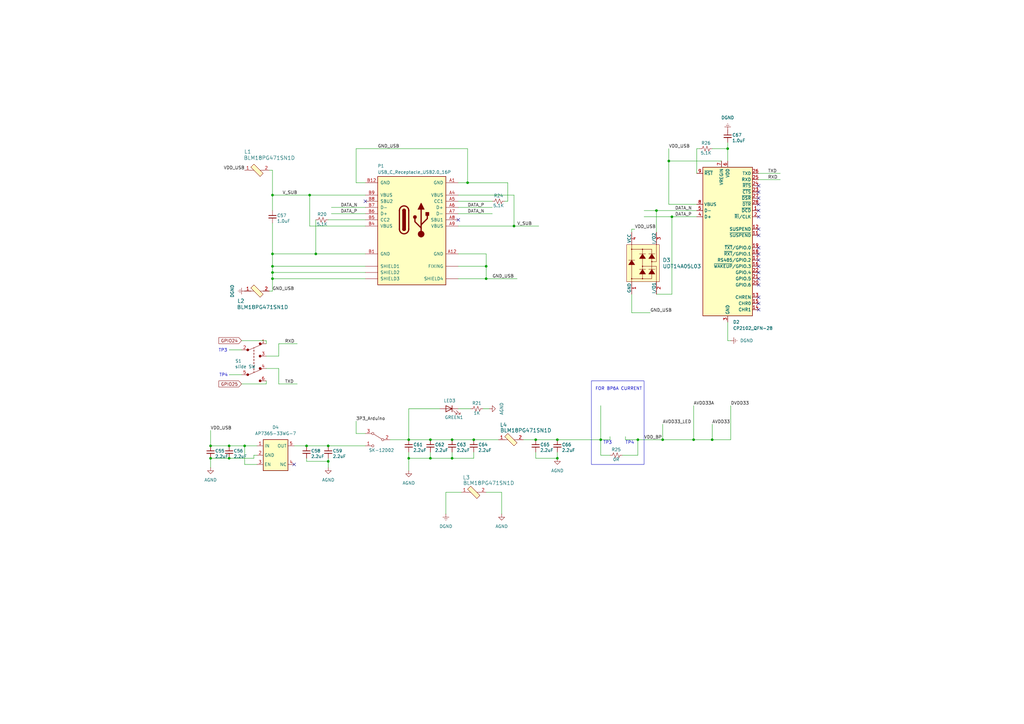
<source format=kicad_sch>
(kicad_sch
	(version 20231120)
	(generator "eeschema")
	(generator_version "8.0")
	(uuid "8a0c963c-1243-431b-8ddc-329fa91601ed")
	(paper "A3")
	(title_block
		(title "bp6a_evk_shield_sooooooooooookjae")
		(date "2025-01-07")
		(rev "v01")
		(company "MS SEMICONDUCTOR")
		(comment 4 "Author: Kim DongYeon / Bang MinSeok")
	)
	(lib_symbols
		(symbol "Device:C_Small"
			(pin_numbers hide)
			(pin_names
				(offset 0.254) hide)
			(exclude_from_sim no)
			(in_bom yes)
			(on_board yes)
			(property "Reference" "C"
				(at 0.254 1.778 0)
				(effects
					(font
						(size 1.27 1.27)
					)
					(justify left)
				)
			)
			(property "Value" "C_Small"
				(at 0.254 -2.032 0)
				(effects
					(font
						(size 1.27 1.27)
					)
					(justify left)
				)
			)
			(property "Footprint" ""
				(at 0 0 0)
				(effects
					(font
						(size 1.27 1.27)
					)
					(hide yes)
				)
			)
			(property "Datasheet" "~"
				(at 0 0 0)
				(effects
					(font
						(size 1.27 1.27)
					)
					(hide yes)
				)
			)
			(property "Description" "Unpolarized capacitor, small symbol"
				(at 0 0 0)
				(effects
					(font
						(size 1.27 1.27)
					)
					(hide yes)
				)
			)
			(property "ki_keywords" "capacitor cap"
				(at 0 0 0)
				(effects
					(font
						(size 1.27 1.27)
					)
					(hide yes)
				)
			)
			(property "ki_fp_filters" "C_*"
				(at 0 0 0)
				(effects
					(font
						(size 1.27 1.27)
					)
					(hide yes)
				)
			)
			(symbol "C_Small_0_1"
				(polyline
					(pts
						(xy -1.524 -0.508) (xy 1.524 -0.508)
					)
					(stroke
						(width 0.3302)
						(type default)
					)
					(fill
						(type none)
					)
				)
				(polyline
					(pts
						(xy -1.524 0.508) (xy 1.524 0.508)
					)
					(stroke
						(width 0.3048)
						(type default)
					)
					(fill
						(type none)
					)
				)
			)
			(symbol "C_Small_1_1"
				(pin passive line
					(at 0 2.54 270)
					(length 2.032)
					(name "~"
						(effects
							(font
								(size 1.27 1.27)
							)
						)
					)
					(number "1"
						(effects
							(font
								(size 1.27 1.27)
							)
						)
					)
				)
				(pin passive line
					(at 0 -2.54 90)
					(length 2.032)
					(name "~"
						(effects
							(font
								(size 1.27 1.27)
							)
						)
					)
					(number "2"
						(effects
							(font
								(size 1.27 1.27)
							)
						)
					)
				)
			)
		)
		(symbol "Device:LED"
			(pin_numbers hide)
			(pin_names
				(offset 1.016) hide)
			(exclude_from_sim no)
			(in_bom yes)
			(on_board yes)
			(property "Reference" "D"
				(at 0 2.54 0)
				(effects
					(font
						(size 1.27 1.27)
					)
				)
			)
			(property "Value" "LED"
				(at 0 -2.54 0)
				(effects
					(font
						(size 1.27 1.27)
					)
				)
			)
			(property "Footprint" ""
				(at 0 0 0)
				(effects
					(font
						(size 1.27 1.27)
					)
					(hide yes)
				)
			)
			(property "Datasheet" "~"
				(at 0 0 0)
				(effects
					(font
						(size 1.27 1.27)
					)
					(hide yes)
				)
			)
			(property "Description" "Light emitting diode"
				(at 0 0 0)
				(effects
					(font
						(size 1.27 1.27)
					)
					(hide yes)
				)
			)
			(property "ki_keywords" "LED diode"
				(at 0 0 0)
				(effects
					(font
						(size 1.27 1.27)
					)
					(hide yes)
				)
			)
			(property "ki_fp_filters" "LED* LED_SMD:* LED_THT:*"
				(at 0 0 0)
				(effects
					(font
						(size 1.27 1.27)
					)
					(hide yes)
				)
			)
			(symbol "LED_0_1"
				(polyline
					(pts
						(xy -1.27 -1.27) (xy -1.27 1.27)
					)
					(stroke
						(width 0.254)
						(type default)
					)
					(fill
						(type none)
					)
				)
				(polyline
					(pts
						(xy -1.27 0) (xy 1.27 0)
					)
					(stroke
						(width 0)
						(type default)
					)
					(fill
						(type none)
					)
				)
				(polyline
					(pts
						(xy 1.27 -1.27) (xy 1.27 1.27) (xy -1.27 0) (xy 1.27 -1.27)
					)
					(stroke
						(width 0.254)
						(type default)
					)
					(fill
						(type none)
					)
				)
				(polyline
					(pts
						(xy -3.048 -0.762) (xy -4.572 -2.286) (xy -3.81 -2.286) (xy -4.572 -2.286) (xy -4.572 -1.524)
					)
					(stroke
						(width 0)
						(type default)
					)
					(fill
						(type none)
					)
				)
				(polyline
					(pts
						(xy -1.778 -0.762) (xy -3.302 -2.286) (xy -2.54 -2.286) (xy -3.302 -2.286) (xy -3.302 -1.524)
					)
					(stroke
						(width 0)
						(type default)
					)
					(fill
						(type none)
					)
				)
			)
			(symbol "LED_1_1"
				(pin passive line
					(at -3.81 0 0)
					(length 2.54)
					(name "K"
						(effects
							(font
								(size 1.27 1.27)
							)
						)
					)
					(number "1"
						(effects
							(font
								(size 1.27 1.27)
							)
						)
					)
				)
				(pin passive line
					(at 3.81 0 180)
					(length 2.54)
					(name "A"
						(effects
							(font
								(size 1.27 1.27)
							)
						)
					)
					(number "2"
						(effects
							(font
								(size 1.27 1.27)
							)
						)
					)
				)
			)
		)
		(symbol "Device:R_Small_US"
			(pin_numbers hide)
			(pin_names
				(offset 0.254) hide)
			(exclude_from_sim no)
			(in_bom yes)
			(on_board yes)
			(property "Reference" "R"
				(at 0.762 0.508 0)
				(effects
					(font
						(size 1.27 1.27)
					)
					(justify left)
				)
			)
			(property "Value" "R_Small_US"
				(at 0.762 -1.016 0)
				(effects
					(font
						(size 1.27 1.27)
					)
					(justify left)
				)
			)
			(property "Footprint" ""
				(at 0 0 0)
				(effects
					(font
						(size 1.27 1.27)
					)
					(hide yes)
				)
			)
			(property "Datasheet" "~"
				(at 0 0 0)
				(effects
					(font
						(size 1.27 1.27)
					)
					(hide yes)
				)
			)
			(property "Description" "Resistor, small US symbol"
				(at 0 0 0)
				(effects
					(font
						(size 1.27 1.27)
					)
					(hide yes)
				)
			)
			(property "ki_keywords" "r resistor"
				(at 0 0 0)
				(effects
					(font
						(size 1.27 1.27)
					)
					(hide yes)
				)
			)
			(property "ki_fp_filters" "R_*"
				(at 0 0 0)
				(effects
					(font
						(size 1.27 1.27)
					)
					(hide yes)
				)
			)
			(symbol "R_Small_US_1_1"
				(polyline
					(pts
						(xy 0 0) (xy 1.016 -0.381) (xy 0 -0.762) (xy -1.016 -1.143) (xy 0 -1.524)
					)
					(stroke
						(width 0)
						(type default)
					)
					(fill
						(type none)
					)
				)
				(polyline
					(pts
						(xy 0 1.524) (xy 1.016 1.143) (xy 0 0.762) (xy -1.016 0.381) (xy 0 0)
					)
					(stroke
						(width 0)
						(type default)
					)
					(fill
						(type none)
					)
				)
				(pin passive line
					(at 0 2.54 270)
					(length 1.016)
					(name "~"
						(effects
							(font
								(size 1.27 1.27)
							)
						)
					)
					(number "1"
						(effects
							(font
								(size 1.27 1.27)
							)
						)
					)
				)
				(pin passive line
					(at 0 -2.54 90)
					(length 1.016)
					(name "~"
						(effects
							(font
								(size 1.27 1.27)
							)
						)
					)
					(number "2"
						(effects
							(font
								(size 1.27 1.27)
							)
						)
					)
				)
			)
		)
		(symbol "Switch:SW_SPDT_312"
			(pin_names
				(offset 1) hide)
			(exclude_from_sim no)
			(in_bom yes)
			(on_board yes)
			(property "Reference" "S4"
				(at 4.064 5.08 0)
				(effects
					(font
						(size 1.27 1.27)
					)
				)
			)
			(property "Value" "SK-12D02"
				(at 5.334 -5.08 0)
				(effects
					(font
						(size 1.27 1.27)
					)
				)
			)
			(property "Footprint" ""
				(at 0 -10.16 0)
				(effects
					(font
						(size 1.27 1.27)
					)
					(hide yes)
				)
			)
			(property "Datasheet" "L4"
				(at -4.572 -1.524 0)
				(effects
					(font
						(size 1.27 1.27)
					)
					(hide yes)
				)
			)
			(property "Description" ""
				(at 0.762 8.636 0)
				(effects
					(font
						(size 1.27 1.27)
					)
					(hide yes)
				)
			)
			(property "ki_keywords" "changeover single-pole double-throw spdt ON-ON"
				(at 0 0 0)
				(effects
					(font
						(size 1.27 1.27)
					)
					(hide yes)
				)
			)
			(symbol "SW_SPDT_312_0_1"
				(circle
					(center -2.032 0)
					(radius 0.4572)
					(stroke
						(width 0)
						(type default)
					)
					(fill
						(type none)
					)
				)
				(polyline
					(pts
						(xy -1.651 0.254) (xy 1.651 2.286)
					)
					(stroke
						(width 0)
						(type default)
					)
					(fill
						(type none)
					)
				)
				(circle
					(center 2.032 -2.54)
					(radius 0.4572)
					(stroke
						(width 0)
						(type default)
					)
					(fill
						(type none)
					)
				)
				(circle
					(center 2.032 2.54)
					(radius 0.4572)
					(stroke
						(width 0)
						(type default)
					)
					(fill
						(type none)
					)
				)
			)
			(symbol "SW_SPDT_312_1_1"
				(pin passive line
					(at 5.08 -2.54 180)
					(length 2.54)
					(name "C"
						(effects
							(font
								(size 1.27 1.27)
							)
						)
					)
					(number "1"
						(effects
							(font
								(size 1.27 1.27)
							)
						)
					)
				)
				(pin passive line
					(at -5.08 0 0)
					(length 2.54)
					(name "B"
						(effects
							(font
								(size 1.27 1.27)
							)
						)
					)
					(number "2"
						(effects
							(font
								(size 1.27 1.27)
							)
						)
					)
				)
				(pin passive line
					(at 5.08 2.54 180)
					(length 2.54)
					(name "A"
						(effects
							(font
								(size 1.27 1.27)
							)
						)
					)
					(number "3"
						(effects
							(font
								(size 1.27 1.27)
							)
						)
					)
				)
			)
		)
		(symbol "bp6a_comp:AP7365-33WG-7"
			(exclude_from_sim no)
			(in_bom yes)
			(on_board yes)
			(property "Reference" "D"
				(at -4.064 6.858 0)
				(effects
					(font
						(size 1.27 1.27)
					)
				)
			)
			(property "Value" "AP7365-33WG-7"
				(at 2.794 -9.652 0)
				(effects
					(font
						(size 1.27 1.27)
					)
				)
			)
			(property "Footprint" "bp6a_comp_footprints:AP7365-33WG-7"
				(at 2.54 18.034 0)
				(effects
					(font
						(size 1.27 1.27)
					)
					(hide yes)
				)
			)
			(property "Datasheet" "https://www.diodes.com/assets/Datasheets/products_inactive_data/AP7365.pdf"
				(at 5.334 19.558 0)
				(effects
					(font
						(size 1.27 1.27)
					)
					(hide yes)
				)
			)
			(property "Description" ""
				(at 5.334 -10.414 0)
				(effects
					(font
						(size 1.27 1.27)
					)
					(hide yes)
				)
			)
			(property "ki_keywords" "LDO regulator voltage"
				(at 0 0 0)
				(effects
					(font
						(size 1.27 1.27)
					)
					(hide yes)
				)
			)
			(property "ki_fp_filters" "SOT?23*"
				(at 0 0 0)
				(effects
					(font
						(size 1.27 1.27)
					)
					(hide yes)
				)
			)
			(symbol "AP7365-33WG-7_0_1"
				(rectangle
					(start -5.08 5.08)
					(end 5.08 -7.62)
					(stroke
						(width 0.254)
						(type default)
					)
					(fill
						(type background)
					)
				)
			)
			(symbol "AP7365-33WG-7_1_1"
				(pin power_in line
					(at -7.62 2.54 0)
					(length 2.54)
					(name "IN"
						(effects
							(font
								(size 1.27 1.27)
							)
						)
					)
					(number "1"
						(effects
							(font
								(size 1.27 1.27)
							)
						)
					)
				)
				(pin power_in line
					(at -7.62 -1.27 0)
					(length 2.54)
					(name "GND"
						(effects
							(font
								(size 1.27 1.27)
							)
						)
					)
					(number "2"
						(effects
							(font
								(size 1.27 1.27)
							)
						)
					)
				)
				(pin input line
					(at -7.62 -5.08 0)
					(length 2.54)
					(name "EN"
						(effects
							(font
								(size 1.27 1.27)
							)
						)
					)
					(number "3"
						(effects
							(font
								(size 1.27 1.27)
							)
						)
					)
				)
				(pin power_out line
					(at 7.62 -5.08 180)
					(length 2.54)
					(name "NC"
						(effects
							(font
								(size 1.27 1.27)
							)
						)
					)
					(number "4"
						(effects
							(font
								(size 1.27 1.27)
							)
						)
					)
				)
				(pin power_out line
					(at 7.62 2.54 180)
					(length 2.54)
					(name "OUT"
						(effects
							(font
								(size 1.27 1.27)
							)
						)
					)
					(number "5"
						(effects
							(font
								(size 1.27 1.27)
							)
						)
					)
				)
			)
		)
		(symbol "bp6a_comp:CP2102_QFN-28"
			(exclude_from_sim no)
			(in_bom yes)
			(on_board yes)
			(property "Reference" "D"
				(at 2.1941 -33.02 0)
				(effects
					(font
						(size 1.27 1.27)
					)
					(justify left)
				)
			)
			(property "Value" "CP2102_QFN-28"
				(at 2.1941 -35.56 0)
				(effects
					(font
						(size 1.27 1.27)
					)
					(justify left)
				)
			)
			(property "Footprint" "bp6a_comp_footprints:CP2102_QFN-28"
				(at 34.798 -39.624 0)
				(effects
					(font
						(size 1.27 1.27)
					)
					(hide yes)
				)
			)
			(property "Datasheet" "https://www.silabs.com/documents/public/data-sheets/cp2102n-datasheet.pdf"
				(at 42.164 -42.164 0)
				(effects
					(font
						(size 1.27 1.27)
					)
					(hide yes)
				)
			)
			(property "Description" "USB to UART master bridge, QFN-28"
				(at 0 0 0)
				(effects
					(font
						(size 1.27 1.27)
					)
					(hide yes)
				)
			)
			(property "ki_keywords" "USB UART bridge"
				(at 0 0 0)
				(effects
					(font
						(size 1.27 1.27)
					)
					(hide yes)
				)
			)
			(property "ki_fp_filters" "QFN*1EP*5x5mm*P0.5mm*"
				(at 0 0 0)
				(effects
					(font
						(size 1.27 1.27)
					)
					(hide yes)
				)
			)
			(symbol "CP2102_QFN-28_0_1"
				(rectangle
					(start -10.16 30.48)
					(end 10.16 -30.48)
					(stroke
						(width 0.254)
						(type default)
					)
					(fill
						(type background)
					)
				)
			)
			(symbol "CP2102_QFN-28_1_1"
				(pin input line
					(at 12.7 12.7 180)
					(length 2.54)
					(name "~{DCD}"
						(effects
							(font
								(size 1.27 1.27)
							)
						)
					)
					(number "1"
						(effects
							(font
								(size 1.27 1.27)
							)
						)
					)
				)
				(pin no_connect line
					(at -10.16 -27.94 0)
					(length 2.54) hide
					(name "NC"
						(effects
							(font
								(size 1.27 1.27)
							)
						)
					)
					(number "10"
						(effects
							(font
								(size 1.27 1.27)
							)
						)
					)
				)
				(pin output line
					(at 12.7 2.54 180)
					(length 2.54)
					(name "~{SUSPEND}"
						(effects
							(font
								(size 1.27 1.27)
							)
						)
					)
					(number "11"
						(effects
							(font
								(size 1.27 1.27)
							)
						)
					)
				)
				(pin output line
					(at 12.7 5.08 180)
					(length 2.54)
					(name "SUSPEND"
						(effects
							(font
								(size 1.27 1.27)
							)
						)
					)
					(number "12"
						(effects
							(font
								(size 1.27 1.27)
							)
						)
					)
				)
				(pin output line
					(at 12.7 -22.86 180)
					(length 2.54)
					(name "CHREN"
						(effects
							(font
								(size 1.27 1.27)
							)
						)
					)
					(number "13"
						(effects
							(font
								(size 1.27 1.27)
							)
						)
					)
				)
				(pin output line
					(at 12.7 -27.94 180)
					(length 2.54)
					(name "CHR1"
						(effects
							(font
								(size 1.27 1.27)
							)
						)
					)
					(number "14"
						(effects
							(font
								(size 1.27 1.27)
							)
						)
					)
				)
				(pin output line
					(at 12.7 -25.4 180)
					(length 2.54)
					(name "CHR0"
						(effects
							(font
								(size 1.27 1.27)
							)
						)
					)
					(number "15"
						(effects
							(font
								(size 1.27 1.27)
							)
						)
					)
				)
				(pin bidirectional line
					(at 12.7 -10.16 180)
					(length 2.54)
					(name "~{WAKEUP}/GPIO.3"
						(effects
							(font
								(size 1.27 1.27)
							)
						)
					)
					(number "16"
						(effects
							(font
								(size 1.27 1.27)
							)
						)
					)
				)
				(pin bidirectional line
					(at 12.7 -7.62 180)
					(length 2.54)
					(name "RS485/GPIO.2"
						(effects
							(font
								(size 1.27 1.27)
							)
						)
					)
					(number "17"
						(effects
							(font
								(size 1.27 1.27)
							)
						)
					)
				)
				(pin bidirectional line
					(at 12.7 -5.08 180)
					(length 2.54)
					(name "~{RXT}/GPIO.1"
						(effects
							(font
								(size 1.27 1.27)
							)
						)
					)
					(number "18"
						(effects
							(font
								(size 1.27 1.27)
							)
						)
					)
				)
				(pin bidirectional line
					(at 12.7 -2.54 180)
					(length 2.54)
					(name "~{TXT}/GPIO.0"
						(effects
							(font
								(size 1.27 1.27)
							)
						)
					)
					(number "19"
						(effects
							(font
								(size 1.27 1.27)
							)
						)
					)
				)
				(pin bidirectional line
					(at 12.7 10.16 180)
					(length 2.54)
					(name "~{RI}/CLK"
						(effects
							(font
								(size 1.27 1.27)
							)
						)
					)
					(number "2"
						(effects
							(font
								(size 1.27 1.27)
							)
						)
					)
				)
				(pin bidirectional line
					(at 12.7 -17.78 180)
					(length 2.54)
					(name "GPIO.6"
						(effects
							(font
								(size 1.27 1.27)
							)
						)
					)
					(number "20"
						(effects
							(font
								(size 1.27 1.27)
							)
						)
					)
				)
				(pin bidirectional line
					(at 12.7 -15.24 180)
					(length 2.54)
					(name "GPIO.5"
						(effects
							(font
								(size 1.27 1.27)
							)
						)
					)
					(number "21"
						(effects
							(font
								(size 1.27 1.27)
							)
						)
					)
				)
				(pin bidirectional line
					(at 12.7 -12.7 180)
					(length 2.54)
					(name "GPIO.4"
						(effects
							(font
								(size 1.27 1.27)
							)
						)
					)
					(number "22"
						(effects
							(font
								(size 1.27 1.27)
							)
						)
					)
				)
				(pin input line
					(at 12.7 20.32 180)
					(length 2.54)
					(name "~{CTS}"
						(effects
							(font
								(size 1.27 1.27)
							)
						)
					)
					(number "23"
						(effects
							(font
								(size 1.27 1.27)
							)
						)
					)
				)
				(pin output line
					(at 12.7 22.86 180)
					(length 2.54)
					(name "~{RTS}"
						(effects
							(font
								(size 1.27 1.27)
							)
						)
					)
					(number "24"
						(effects
							(font
								(size 1.27 1.27)
							)
						)
					)
				)
				(pin input line
					(at 12.7 25.4 180)
					(length 2.54)
					(name "RXD"
						(effects
							(font
								(size 1.27 1.27)
							)
						)
					)
					(number "25"
						(effects
							(font
								(size 1.27 1.27)
							)
						)
					)
				)
				(pin output line
					(at 12.7 27.94 180)
					(length 2.54)
					(name "TXD"
						(effects
							(font
								(size 1.27 1.27)
							)
						)
					)
					(number "26"
						(effects
							(font
								(size 1.27 1.27)
							)
						)
					)
				)
				(pin input line
					(at 12.7 17.78 180)
					(length 2.54)
					(name "~{DSR}"
						(effects
							(font
								(size 1.27 1.27)
							)
						)
					)
					(number "27"
						(effects
							(font
								(size 1.27 1.27)
							)
						)
					)
				)
				(pin output line
					(at 12.7 15.24 180)
					(length 2.54)
					(name "~{DTR}"
						(effects
							(font
								(size 1.27 1.27)
							)
						)
					)
					(number "28"
						(effects
							(font
								(size 1.27 1.27)
							)
						)
					)
				)
				(pin passive line
					(at 0 -33.02 90)
					(length 2.54) hide
					(name "GND"
						(effects
							(font
								(size 1.27 1.27)
							)
						)
					)
					(number "29"
						(effects
							(font
								(size 1.27 1.27)
							)
						)
					)
				)
				(pin power_in line
					(at 0 -33.02 90)
					(length 2.54)
					(name "GND"
						(effects
							(font
								(size 1.27 1.27)
							)
						)
					)
					(number "3"
						(effects
							(font
								(size 1.27 1.27)
							)
						)
					)
				)
				(pin bidirectional line
					(at -12.7 10.16 0)
					(length 2.54)
					(name "D+"
						(effects
							(font
								(size 1.27 1.27)
							)
						)
					)
					(number "4"
						(effects
							(font
								(size 1.27 1.27)
							)
						)
					)
				)
				(pin bidirectional line
					(at -12.7 12.7 0)
					(length 2.54)
					(name "D-"
						(effects
							(font
								(size 1.27 1.27)
							)
						)
					)
					(number "5"
						(effects
							(font
								(size 1.27 1.27)
							)
						)
					)
				)
				(pin power_in line
					(at 0 33.02 270)
					(length 2.54)
					(name "VDD"
						(effects
							(font
								(size 1.27 1.27)
							)
						)
					)
					(number "6"
						(effects
							(font
								(size 1.27 1.27)
							)
						)
					)
				)
				(pin power_in line
					(at -2.54 33.02 270)
					(length 2.54)
					(name "VREGIN"
						(effects
							(font
								(size 1.27 1.27)
							)
						)
					)
					(number "7"
						(effects
							(font
								(size 1.27 1.27)
							)
						)
					)
				)
				(pin input line
					(at -12.7 15.24 0)
					(length 2.54)
					(name "VBUS"
						(effects
							(font
								(size 1.27 1.27)
							)
						)
					)
					(number "8"
						(effects
							(font
								(size 1.27 1.27)
							)
						)
					)
				)
				(pin input line
					(at -12.7 27.94 0)
					(length 2.54)
					(name "~{RST}"
						(effects
							(font
								(size 1.27 1.27)
							)
						)
					)
					(number "9"
						(effects
							(font
								(size 1.27 1.27)
							)
						)
					)
				)
			)
		)
		(symbol "bp6a_comp:UDT14A05L03"
			(pin_names
				(offset 0)
			)
			(exclude_from_sim no)
			(in_bom yes)
			(on_board yes)
			(property "Reference" "D"
				(at -7.7724 8.0264 0)
				(effects
					(font
						(size 1.524 1.524)
					)
					(justify left)
				)
			)
			(property "Value" "UDT14A05L03"
				(at 0 -7.8232 0)
				(effects
					(font
						(size 1.524 1.524)
					)
				)
			)
			(property "Footprint" "bp6a_comp_footprints:UDT14A05L03"
				(at 5.588 19.05 0)
				(effects
					(font
						(size 1.524 1.524)
					)
					(justify left)
					(hide yes)
				)
			)
			(property "Datasheet" "https://www.yageo.com/upload/media/product/app/datasheet/cpc/esd/udt14a05l03.pdf"
				(at 5.334 21.844 0)
				(effects
					(font
						(size 1.524 1.524)
					)
					(justify left)
					(hide yes)
				)
			)
			(property "Description" "TVS DIODE SOT143"
				(at 0 0 0)
				(effects
					(font
						(size 1.27 1.27)
					)
					(hide yes)
				)
			)
			(property "MPN" ""
				(at 5.08 12.7 0)
				(effects
					(font
						(size 1.524 1.524)
					)
					(justify left)
					(hide yes)
				)
			)
			(property "Category" "Circuit Protection"
				(at 5.334 24.638 0)
				(effects
					(font
						(size 1.524 1.524)
					)
					(justify left)
					(hide yes)
				)
			)
			(property "Family" "TVS - Diodes"
				(at 5.08 27.686 0)
				(effects
					(font
						(size 1.524 1.524)
					)
					(justify left)
					(hide yes)
				)
			)
			(property "Status" "Active"
				(at 5.08 30.48 0)
				(effects
					(font
						(size 1.524 1.524)
					)
					(justify left)
					(hide yes)
				)
			)
			(property "ki_keywords" "1727-3884-1-ND"
				(at 0 0 0)
				(effects
					(font
						(size 1.27 1.27)
					)
					(hide yes)
				)
			)
			(symbol "UDT14A05L03_0_1"
				(rectangle
					(start -7.62 7.112)
					(end 7.62 -6.2484)
					(stroke
						(width 0)
						(type solid)
					)
					(fill
						(type background)
					)
				)
				(circle
					(center -6.35 0.635)
					(radius 0.1778)
					(stroke
						(width 0)
						(type solid)
					)
					(fill
						(type outline)
					)
				)
				(circle
					(center -6.35 5.08)
					(radius 0.1778)
					(stroke
						(width 0)
						(type solid)
					)
					(fill
						(type outline)
					)
				)
				(circle
					(center -1.27 0.635)
					(radius 0.1778)
					(stroke
						(width 0)
						(type solid)
					)
					(fill
						(type outline)
					)
				)
				(polyline
					(pts
						(xy -4.445 0.635) (xy -6.35 0.635)
					)
					(stroke
						(width 0)
						(type solid)
					)
					(fill
						(type none)
					)
				)
				(polyline
					(pts
						(xy -2.54 -3.175) (xy 1.905 -3.175)
					)
					(stroke
						(width 0)
						(type solid)
					)
					(fill
						(type none)
					)
				)
				(polyline
					(pts
						(xy -2.54 -1.905) (xy -2.54 -4.445)
					)
					(stroke
						(width 0)
						(type solid)
					)
					(fill
						(type none)
					)
				)
				(polyline
					(pts
						(xy -2.54 0.635) (xy 1.905 0.635)
					)
					(stroke
						(width 0)
						(type solid)
					)
					(fill
						(type outline)
					)
				)
				(polyline
					(pts
						(xy -2.54 1.905) (xy -2.54 -0.635)
					)
					(stroke
						(width 0)
						(type solid)
					)
					(fill
						(type none)
					)
				)
				(polyline
					(pts
						(xy -0.635 5.08) (xy -7.62 5.08)
					)
					(stroke
						(width 0)
						(type solid)
					)
					(fill
						(type none)
					)
				)
				(polyline
					(pts
						(xy 1.27 3.81) (xy 1.27 3.81)
					)
					(stroke
						(width 0)
						(type solid)
					)
					(fill
						(type none)
					)
				)
				(polyline
					(pts
						(xy 1.27 6.35) (xy 1.27 3.81)
					)
					(stroke
						(width 0)
						(type solid)
					)
					(fill
						(type none)
					)
				)
				(polyline
					(pts
						(xy 3.81 -1.905) (xy 3.81 -4.445)
					)
					(stroke
						(width 0)
						(type solid)
					)
					(fill
						(type none)
					)
				)
				(polyline
					(pts
						(xy 3.81 1.905) (xy 3.81 -0.635)
					)
					(stroke
						(width 0)
						(type solid)
					)
					(fill
						(type none)
					)
				)
				(polyline
					(pts
						(xy 5.715 0.635) (xy 3.81 0.635)
					)
					(stroke
						(width 0)
						(type solid)
					)
					(fill
						(type none)
					)
				)
				(polyline
					(pts
						(xy 7.62 5.08) (xy 1.27 5.08)
					)
					(stroke
						(width 0)
						(type solid)
					)
					(fill
						(type none)
					)
				)
				(polyline
					(pts
						(xy -4.445 -3.175) (xy -6.35 -3.175) (xy -6.35 5.08)
					)
					(stroke
						(width 0)
						(type solid)
					)
					(fill
						(type none)
					)
				)
				(polyline
					(pts
						(xy -1.27 0.635) (xy -1.27 -5.08) (xy -7.62 -5.08)
					)
					(stroke
						(width 0)
						(type solid)
					)
					(fill
						(type none)
					)
				)
				(polyline
					(pts
						(xy 3.81 -3.175) (xy 5.715 -3.175) (xy 5.715 5.08)
					)
					(stroke
						(width 0)
						(type solid)
					)
					(fill
						(type none)
					)
				)
				(polyline
					(pts
						(xy 7.62 -5.08) (xy 0.635 -5.08) (xy 0.635 -3.175)
					)
					(stroke
						(width 0)
						(type solid)
					)
					(fill
						(type none)
					)
				)
				(polyline
					(pts
						(xy -4.445 -1.905) (xy -4.445 -4.445) (xy -2.54 -3.175) (xy -4.445 -1.905)
					)
					(stroke
						(width 0)
						(type solid)
					)
					(fill
						(type outline)
					)
				)
				(polyline
					(pts
						(xy -4.445 1.905) (xy -4.445 -0.635) (xy -2.54 0.635) (xy -4.445 1.905)
					)
					(stroke
						(width 0)
						(type solid)
					)
					(fill
						(type outline)
					)
				)
				(polyline
					(pts
						(xy -0.635 6.35) (xy -0.635 3.81) (xy 1.27 5.08) (xy -0.635 6.35)
					)
					(stroke
						(width 0)
						(type solid)
					)
					(fill
						(type outline)
					)
				)
				(polyline
					(pts
						(xy 1.905 -1.905) (xy 1.905 -4.445) (xy 3.81 -3.175) (xy 1.905 -1.905)
					)
					(stroke
						(width 0)
						(type solid)
					)
					(fill
						(type outline)
					)
				)
				(polyline
					(pts
						(xy 1.905 1.905) (xy 1.905 -0.635) (xy 3.81 0.635) (xy 1.905 1.905)
					)
					(stroke
						(width 0)
						(type solid)
					)
					(fill
						(type outline)
					)
				)
				(circle
					(center 0.635 -3.175)
					(radius 0.1778)
					(stroke
						(width 0)
						(type solid)
					)
					(fill
						(type outline)
					)
				)
				(circle
					(center 5.715 0.635)
					(radius 0.1778)
					(stroke
						(width 0)
						(type solid)
					)
					(fill
						(type outline)
					)
				)
				(circle
					(center 5.715 5.08)
					(radius 0.1778)
					(stroke
						(width 0)
						(type solid)
					)
					(fill
						(type outline)
					)
				)
			)
			(symbol "UDT14A05L03_1_1"
				(pin output line
					(at -12.7 5.08 0)
					(length 5.08)
					(name "GND"
						(effects
							(font
								(size 1.27 1.27)
							)
						)
					)
					(number "1"
						(effects
							(font
								(size 1.27 1.27)
							)
						)
					)
				)
				(pin output line
					(at -12.7 -5.08 0)
					(length 5.08)
					(name "I/O1"
						(effects
							(font
								(size 1.27 1.27)
							)
						)
					)
					(number "2"
						(effects
							(font
								(size 1.27 1.27)
							)
						)
					)
				)
				(pin output line
					(at 12.7 -5.08 180)
					(length 5.08)
					(name "I/O2"
						(effects
							(font
								(size 1.27 1.27)
							)
						)
					)
					(number "3"
						(effects
							(font
								(size 1.27 1.27)
							)
						)
					)
				)
				(pin output line
					(at 12.7 5.08 180)
					(length 5.08)
					(name "VCC"
						(effects
							(font
								(size 1.27 1.27)
							)
						)
					)
					(number "4"
						(effects
							(font
								(size 1.27 1.27)
							)
						)
					)
				)
			)
		)
		(symbol "dk_Ferrite-Beads-and-Chips:BLM18PG471SN1D"
			(pin_names
				(offset 1.016)
			)
			(exclude_from_sim no)
			(in_bom yes)
			(on_board yes)
			(property "Reference" "FB"
				(at -3.81 3.81 0)
				(effects
					(font
						(size 1.524 1.524)
					)
				)
			)
			(property "Value" "BLM18PG471SN1D"
				(at 0 -3.81 0)
				(effects
					(font
						(size 1.524 1.524)
					)
					(justify left)
				)
			)
			(property "Footprint" "digikey-footprints:0603"
				(at 5.08 5.08 0)
				(effects
					(font
						(size 1.524 1.524)
					)
					(justify left)
					(hide yes)
				)
			)
			(property "Datasheet" "https://www.murata.com/en-us/products/productdata/8796738650142/ENFA0003.pdf"
				(at 5.08 7.62 0)
				(effects
					(font
						(size 1.524 1.524)
					)
					(justify left)
					(hide yes)
				)
			)
			(property "Description" "FERRITE BEAD 470 OHM 0603 1LN"
				(at 0 0 0)
				(effects
					(font
						(size 1.27 1.27)
					)
					(hide yes)
				)
			)
			(property "Digi-Key_PN" "490-5223-1-ND"
				(at 5.08 10.16 0)
				(effects
					(font
						(size 1.524 1.524)
					)
					(justify left)
					(hide yes)
				)
			)
			(property "MPN" "BLM18PG471SN1D"
				(at 5.08 12.7 0)
				(effects
					(font
						(size 1.524 1.524)
					)
					(justify left)
					(hide yes)
				)
			)
			(property "Category" "Filters"
				(at 5.08 15.24 0)
				(effects
					(font
						(size 1.524 1.524)
					)
					(justify left)
					(hide yes)
				)
			)
			(property "Family" "Ferrite Beads and Chips"
				(at 5.08 17.78 0)
				(effects
					(font
						(size 1.524 1.524)
					)
					(justify left)
					(hide yes)
				)
			)
			(property "DK_Datasheet_Link" "https://www.murata.com/en-us/products/productdata/8796738650142/ENFA0003.pdf"
				(at 5.08 20.32 0)
				(effects
					(font
						(size 1.524 1.524)
					)
					(justify left)
					(hide yes)
				)
			)
			(property "DK_Detail_Page" "/product-detail/en/murata-electronics-north-america/BLM18PG471SN1D/490-5223-1-ND/1948399"
				(at 5.08 22.86 0)
				(effects
					(font
						(size 1.524 1.524)
					)
					(justify left)
					(hide yes)
				)
			)
			(property "Description_1" "FERRITE BEAD 470 OHM 0603 1LN"
				(at 5.08 25.4 0)
				(effects
					(font
						(size 1.524 1.524)
					)
					(justify left)
					(hide yes)
				)
			)
			(property "Manufacturer" "Murata Electronics North America"
				(at 5.08 27.94 0)
				(effects
					(font
						(size 1.524 1.524)
					)
					(justify left)
					(hide yes)
				)
			)
			(property "Status" "Active"
				(at 5.08 30.48 0)
				(effects
					(font
						(size 1.524 1.524)
					)
					(justify left)
					(hide yes)
				)
			)
			(property "ki_keywords" "490-5223-1-ND EMIFIL®, BLM18"
				(at 0 0 0)
				(effects
					(font
						(size 1.27 1.27)
					)
					(hide yes)
				)
			)
			(symbol "BLM18PG471SN1D_0_1"
				(polyline
					(pts
						(xy -1.27 0) (xy -2.54 0)
					)
					(stroke
						(width 0)
						(type solid)
					)
					(fill
						(type none)
					)
				)
				(polyline
					(pts
						(xy 1.27 0) (xy 2.54 0)
					)
					(stroke
						(width 0)
						(type solid)
					)
					(fill
						(type none)
					)
				)
				(polyline
					(pts
						(xy -1.27 2.54) (xy -2.54 1.27) (xy 1.27 -2.54) (xy 2.54 -1.27) (xy -1.27 2.54)
					)
					(stroke
						(width 0)
						(type solid)
					)
					(fill
						(type background)
					)
				)
			)
			(symbol "BLM18PG471SN1D_1_1"
				(pin passive line
					(at -5.08 0 0)
					(length 2.54)
					(name "~"
						(effects
							(font
								(size 1.27 1.27)
							)
						)
					)
					(number "1"
						(effects
							(font
								(size 1.27 1.27)
							)
						)
					)
				)
				(pin passive line
					(at 5.08 0 180)
					(length 2.54)
					(name "~"
						(effects
							(font
								(size 1.27 1.27)
							)
						)
					)
					(number "2"
						(effects
							(font
								(size 1.27 1.27)
							)
						)
					)
				)
			)
		)
		(symbol "dk_Slide-Switches:JS202011SCQN"
			(pin_names
				(offset 0)
			)
			(exclude_from_sim no)
			(in_bom yes)
			(on_board yes)
			(property "Reference" "S"
				(at -3.81 8.255 0)
				(effects
					(font
						(size 1.27 1.27)
					)
				)
			)
			(property "Value" "JS202011SCQN"
				(at 0 -11.43 0)
				(effects
					(font
						(size 1.27 1.27)
					)
				)
			)
			(property "Footprint" "digikey-footprints:Switch_Slide_JS202011SCQN"
				(at 5.08 5.08 0)
				(effects
					(font
						(size 1.27 1.27)
					)
					(justify left)
					(hide yes)
				)
			)
			(property "Datasheet" "https://www.ckswitches.com/media/1422/js.pdf"
				(at 5.08 7.62 0)
				(effects
					(font
						(size 1.524 1.524)
					)
					(justify left)
					(hide yes)
				)
			)
			(property "Description" "SWITCH SLIDE DPDT 300MA 6V"
				(at 0 0 0)
				(effects
					(font
						(size 1.27 1.27)
					)
					(hide yes)
				)
			)
			(property "Digi-Key_PN" "401-2002-1-ND"
				(at 5.08 10.16 0)
				(effects
					(font
						(size 1.524 1.524)
					)
					(justify left)
					(hide yes)
				)
			)
			(property "MPN" "JS202011SCQN"
				(at 5.08 12.7 0)
				(effects
					(font
						(size 1.524 1.524)
					)
					(justify left)
					(hide yes)
				)
			)
			(property "Category" "Switches"
				(at 5.08 15.24 0)
				(effects
					(font
						(size 1.524 1.524)
					)
					(justify left)
					(hide yes)
				)
			)
			(property "Family" "Slide Switches"
				(at 5.08 17.78 0)
				(effects
					(font
						(size 1.524 1.524)
					)
					(justify left)
					(hide yes)
				)
			)
			(property "DK_Datasheet_Link" "https://www.ckswitches.com/media/1422/js.pdf"
				(at 5.08 20.32 0)
				(effects
					(font
						(size 1.524 1.524)
					)
					(justify left)
					(hide yes)
				)
			)
			(property "DK_Detail_Page" "/product-detail/en/c-k/JS202011SCQN/401-2002-1-ND/1640098"
				(at 5.08 22.86 0)
				(effects
					(font
						(size 1.524 1.524)
					)
					(justify left)
					(hide yes)
				)
			)
			(property "Description_1" "SWITCH SLIDE DPDT 300MA 6V"
				(at 5.08 25.4 0)
				(effects
					(font
						(size 1.524 1.524)
					)
					(justify left)
					(hide yes)
				)
			)
			(property "Manufacturer" "C&K"
				(at 5.08 27.94 0)
				(effects
					(font
						(size 1.524 1.524)
					)
					(justify left)
					(hide yes)
				)
			)
			(property "Status" "Active"
				(at 5.08 30.48 0)
				(effects
					(font
						(size 1.524 1.524)
					)
					(justify left)
					(hide yes)
				)
			)
			(property "ki_keywords" "401-2002-1-ND JS"
				(at 0 0 0)
				(effects
					(font
						(size 1.27 1.27)
					)
					(hide yes)
				)
			)
			(symbol "JS202011SCQN_0_1"
				(circle
					(center -2.54 -5.08)
					(radius 0.4572)
					(stroke
						(width 0)
						(type solid)
					)
					(fill
						(type outline)
					)
				)
				(circle
					(center -2.54 5.08)
					(radius 0.4572)
					(stroke
						(width 0)
						(type solid)
					)
					(fill
						(type outline)
					)
				)
				(polyline
					(pts
						(xy -2.032 -5.08) (xy 3.302 -2.794)
					)
					(stroke
						(width 0)
						(type solid)
					)
					(fill
						(type none)
					)
				)
				(polyline
					(pts
						(xy -2.032 5.08) (xy 3.302 7.366)
					)
					(stroke
						(width 0)
						(type solid)
					)
					(fill
						(type none)
					)
				)
				(polyline
					(pts
						(xy 0 -3.81) (xy 0 -4.191)
					)
					(stroke
						(width 0.254)
						(type solid)
					)
					(fill
						(type none)
					)
				)
				(polyline
					(pts
						(xy 0 -2.54) (xy 0 -3.175)
					)
					(stroke
						(width 0.254)
						(type solid)
					)
					(fill
						(type none)
					)
				)
				(polyline
					(pts
						(xy 0 -1.27) (xy 0 -1.905)
					)
					(stroke
						(width 0.254)
						(type solid)
					)
					(fill
						(type none)
					)
				)
				(polyline
					(pts
						(xy 0 0) (xy 0 -0.635)
					)
					(stroke
						(width 0.254)
						(type solid)
					)
					(fill
						(type none)
					)
				)
				(polyline
					(pts
						(xy 0 1.27) (xy 0 0.635)
					)
					(stroke
						(width 0.254)
						(type solid)
					)
					(fill
						(type none)
					)
				)
				(polyline
					(pts
						(xy 0 2.54) (xy 0 1.905)
					)
					(stroke
						(width 0.254)
						(type solid)
					)
					(fill
						(type none)
					)
				)
				(polyline
					(pts
						(xy 0 3.81) (xy 0 3.175)
					)
					(stroke
						(width 0.254)
						(type solid)
					)
					(fill
						(type none)
					)
				)
				(polyline
					(pts
						(xy 0 5.08) (xy 0 4.445)
					)
					(stroke
						(width 0.254)
						(type solid)
					)
					(fill
						(type none)
					)
				)
				(polyline
					(pts
						(xy 0 5.969) (xy 0 5.715)
					)
					(stroke
						(width 0.254)
						(type solid)
					)
					(fill
						(type none)
					)
				)
				(circle
					(center 2.54 -7.62)
					(radius 0.4572)
					(stroke
						(width 0)
						(type solid)
					)
					(fill
						(type outline)
					)
				)
				(circle
					(center 2.54 -2.54)
					(radius 0.4572)
					(stroke
						(width 0)
						(type solid)
					)
					(fill
						(type outline)
					)
				)
				(circle
					(center 2.54 2.54)
					(radius 0.4572)
					(stroke
						(width 0)
						(type solid)
					)
					(fill
						(type outline)
					)
				)
				(circle
					(center 2.54 7.62)
					(radius 0.4572)
					(stroke
						(width 0)
						(type solid)
					)
					(fill
						(type outline)
					)
				)
			)
			(symbol "JS202011SCQN_1_1"
				(pin passive line
					(at 5.08 7.62 180)
					(length 2.54)
					(name "~"
						(effects
							(font
								(size 1.27 1.27)
							)
						)
					)
					(number "1"
						(effects
							(font
								(size 1.27 1.27)
							)
						)
					)
				)
				(pin passive line
					(at -5.08 5.08 0)
					(length 2.54)
					(name "~"
						(effects
							(font
								(size 1.27 1.27)
							)
						)
					)
					(number "2"
						(effects
							(font
								(size 1.27 1.27)
							)
						)
					)
				)
				(pin passive line
					(at 5.08 2.54 180)
					(length 2.54)
					(name "~"
						(effects
							(font
								(size 1.27 1.27)
							)
						)
					)
					(number "3"
						(effects
							(font
								(size 1.27 1.27)
							)
						)
					)
				)
				(pin passive line
					(at 5.08 -2.54 180)
					(length 2.54)
					(name "~"
						(effects
							(font
								(size 1.27 1.27)
							)
						)
					)
					(number "4"
						(effects
							(font
								(size 1.27 1.27)
							)
						)
					)
				)
				(pin passive line
					(at -5.08 -5.08 0)
					(length 2.54)
					(name "~"
						(effects
							(font
								(size 1.27 1.27)
							)
						)
					)
					(number "5"
						(effects
							(font
								(size 1.27 1.27)
							)
						)
					)
				)
				(pin passive line
					(at 5.08 -7.62 180)
					(length 2.54)
					(name "~"
						(effects
							(font
								(size 1.27 1.27)
							)
						)
					)
					(number "6"
						(effects
							(font
								(size 1.27 1.27)
							)
						)
					)
				)
			)
		)
		(symbol "power:Earth"
			(power)
			(pin_numbers hide)
			(pin_names
				(offset 0) hide)
			(exclude_from_sim no)
			(in_bom yes)
			(on_board yes)
			(property "Reference" "#PWR"
				(at 0 -6.35 0)
				(effects
					(font
						(size 1.27 1.27)
					)
					(hide yes)
				)
			)
			(property "Value" "Earth"
				(at 0 -3.81 0)
				(effects
					(font
						(size 1.27 1.27)
					)
				)
			)
			(property "Footprint" ""
				(at 0 0 0)
				(effects
					(font
						(size 1.27 1.27)
					)
					(hide yes)
				)
			)
			(property "Datasheet" "~"
				(at 0 0 0)
				(effects
					(font
						(size 1.27 1.27)
					)
					(hide yes)
				)
			)
			(property "Description" "Power symbol creates a global label with name \"Earth\""
				(at 0 0 0)
				(effects
					(font
						(size 1.27 1.27)
					)
					(hide yes)
				)
			)
			(property "ki_keywords" "global ground gnd"
				(at 0 0 0)
				(effects
					(font
						(size 1.27 1.27)
					)
					(hide yes)
				)
			)
			(symbol "Earth_0_1"
				(polyline
					(pts
						(xy -0.635 -1.905) (xy 0.635 -1.905)
					)
					(stroke
						(width 0)
						(type default)
					)
					(fill
						(type none)
					)
				)
				(polyline
					(pts
						(xy -0.127 -2.54) (xy 0.127 -2.54)
					)
					(stroke
						(width 0)
						(type default)
					)
					(fill
						(type none)
					)
				)
				(polyline
					(pts
						(xy 0 -1.27) (xy 0 0)
					)
					(stroke
						(width 0)
						(type default)
					)
					(fill
						(type none)
					)
				)
				(polyline
					(pts
						(xy 1.27 -1.27) (xy -1.27 -1.27)
					)
					(stroke
						(width 0)
						(type default)
					)
					(fill
						(type none)
					)
				)
			)
			(symbol "Earth_1_1"
				(pin power_in line
					(at 0 0 270)
					(length 0)
					(name "~"
						(effects
							(font
								(size 1.27 1.27)
							)
						)
					)
					(number "1"
						(effects
							(font
								(size 1.27 1.27)
							)
						)
					)
				)
			)
		)
		(symbol "power:GND"
			(power)
			(pin_numbers hide)
			(pin_names
				(offset 0) hide)
			(exclude_from_sim no)
			(in_bom yes)
			(on_board yes)
			(property "Reference" "#PWR"
				(at 0 -6.35 0)
				(effects
					(font
						(size 1.27 1.27)
					)
					(hide yes)
				)
			)
			(property "Value" "GND"
				(at 0 -3.81 0)
				(effects
					(font
						(size 1.27 1.27)
					)
				)
			)
			(property "Footprint" ""
				(at 0 0 0)
				(effects
					(font
						(size 1.27 1.27)
					)
					(hide yes)
				)
			)
			(property "Datasheet" ""
				(at 0 0 0)
				(effects
					(font
						(size 1.27 1.27)
					)
					(hide yes)
				)
			)
			(property "Description" "Power symbol creates a global label with name \"GND\" , ground"
				(at 0 0 0)
				(effects
					(font
						(size 1.27 1.27)
					)
					(hide yes)
				)
			)
			(property "ki_keywords" "global power"
				(at 0 0 0)
				(effects
					(font
						(size 1.27 1.27)
					)
					(hide yes)
				)
			)
			(symbol "GND_0_1"
				(polyline
					(pts
						(xy 0 0) (xy 0 -1.27) (xy 1.27 -1.27) (xy 0 -2.54) (xy -1.27 -1.27) (xy 0 -1.27)
					)
					(stroke
						(width 0)
						(type default)
					)
					(fill
						(type none)
					)
				)
			)
			(symbol "GND_1_1"
				(pin power_in line
					(at 0 0 270)
					(length 0)
					(name "~"
						(effects
							(font
								(size 1.27 1.27)
							)
						)
					)
					(number "1"
						(effects
							(font
								(size 1.27 1.27)
							)
						)
					)
				)
			)
		)
		(symbol "usb:USB_C_Receptacle_USB2.0_16P"
			(pin_names
				(offset 1.016)
			)
			(exclude_from_sim no)
			(in_bom yes)
			(on_board yes)
			(property "Reference" "J"
				(at -20.32 -5.715 0)
				(effects
					(font
						(size 1.27 1.27)
					)
				)
			)
			(property "Value" "USB_C_Receptacle_USB2.0_16P"
				(at -20.32 -8.255 0)
				(effects
					(font
						(size 1.27 1.27)
					)
				)
			)
			(property "Footprint" ""
				(at -16.51 -27.94 0)
				(effects
					(font
						(size 1.27 1.27)
					)
					(hide yes)
				)
			)
			(property "Datasheet" "https://www.usb.org/sites/default/files/documents/usb_type-c.zip"
				(at 3.81 0 0)
				(effects
					(font
						(size 1.27 1.27)
					)
					(hide yes)
				)
			)
			(property "Description" "USB 2.0-only 16P Type-C Receptacle connector"
				(at 0 0 0)
				(effects
					(font
						(size 1.27 1.27)
					)
					(hide yes)
				)
			)
			(property "ki_keywords" "usb universal serial bus type-C USB2.0"
				(at 0 0 0)
				(effects
					(font
						(size 1.27 1.27)
					)
					(hide yes)
				)
			)
			(property "ki_fp_filters" "USB*C*Receptacle*"
				(at 0 0 0)
				(effects
					(font
						(size 1.27 1.27)
					)
					(hide yes)
				)
			)
			(symbol "USB_C_Receptacle_USB2.0_16P_0_1"
				(rectangle
					(start -38.1 -10.16)
					(end -10.16 -54.61)
					(stroke
						(width 0.254)
						(type default)
					)
					(fill
						(type background)
					)
				)
				(arc
					(start -29.21 -31.75)
					(mid -27.305 -33.6467)
					(end -25.4 -31.75)
					(stroke
						(width 0.508)
						(type default)
					)
					(fill
						(type none)
					)
				)
				(arc
					(start -27.94 -31.75)
					(mid -27.305 -32.3823)
					(end -26.67 -31.75)
					(stroke
						(width 0.254)
						(type default)
					)
					(fill
						(type none)
					)
				)
				(arc
					(start -27.94 -31.75)
					(mid -27.305 -32.3823)
					(end -26.67 -31.75)
					(stroke
						(width 0.254)
						(type default)
					)
					(fill
						(type outline)
					)
				)
				(rectangle
					(start -27.94 -31.75)
					(end -26.67 -24.13)
					(stroke
						(width 0.254)
						(type default)
					)
					(fill
						(type outline)
					)
				)
				(arc
					(start -26.67 -24.13)
					(mid -27.305 -23.4977)
					(end -27.94 -24.13)
					(stroke
						(width 0.254)
						(type default)
					)
					(fill
						(type none)
					)
				)
				(arc
					(start -26.67 -24.13)
					(mid -27.305 -23.4977)
					(end -27.94 -24.13)
					(stroke
						(width 0.254)
						(type default)
					)
					(fill
						(type outline)
					)
				)
				(arc
					(start -25.4 -24.13)
					(mid -27.305 -22.2333)
					(end -29.21 -24.13)
					(stroke
						(width 0.508)
						(type default)
					)
					(fill
						(type none)
					)
				)
				(circle
					(center -22.86 -26.797)
					(radius 0.635)
					(stroke
						(width 0.254)
						(type default)
					)
					(fill
						(type outline)
					)
				)
				(circle
					(center -20.32 -33.782)
					(radius 1.27)
					(stroke
						(width 0)
						(type default)
					)
					(fill
						(type outline)
					)
				)
				(rectangle
					(start -18.415 -26.162)
					(end -17.145 -24.892)
					(stroke
						(width 0.254)
						(type default)
					)
					(fill
						(type outline)
					)
				)
				(polyline
					(pts
						(xy -29.21 -31.75) (xy -29.21 -24.13)
					)
					(stroke
						(width 0.508)
						(type default)
					)
					(fill
						(type none)
					)
				)
				(polyline
					(pts
						(xy -25.4 -24.13) (xy -25.4 -31.75)
					)
					(stroke
						(width 0.508)
						(type default)
					)
					(fill
						(type none)
					)
				)
				(polyline
					(pts
						(xy -20.32 -33.782) (xy -20.32 -23.622)
					)
					(stroke
						(width 0.508)
						(type default)
					)
					(fill
						(type none)
					)
				)
				(polyline
					(pts
						(xy -20.32 -31.242) (xy -22.86 -28.702) (xy -22.86 -27.432)
					)
					(stroke
						(width 0.508)
						(type default)
					)
					(fill
						(type none)
					)
				)
				(polyline
					(pts
						(xy -20.32 -29.972) (xy -17.78 -27.432) (xy -17.78 -26.162)
					)
					(stroke
						(width 0.508)
						(type default)
					)
					(fill
						(type none)
					)
				)
				(polyline
					(pts
						(xy -21.59 -23.622) (xy -20.32 -21.082) (xy -19.05 -23.622) (xy -21.59 -23.622)
					)
					(stroke
						(width 0.254)
						(type default)
					)
					(fill
						(type outline)
					)
				)
			)
			(symbol "USB_C_Receptacle_USB2.0_16P_1_1"
				(pin bidirectional line
					(at -5.08 -46.99 180)
					(length 5.08)
					(name "FIXING"
						(effects
							(font
								(size 1.27 1.27)
							)
						)
					)
					(number ""
						(effects
							(font
								(size 1.27 1.27)
							)
						)
					)
				)
				(pin passive line
					(at -43.18 -46.99 0)
					(length 5.08)
					(name "SHIELD1"
						(effects
							(font
								(size 1.27 1.27)
							)
						)
					)
					(number ""
						(effects
							(font
								(size 1.27 1.27)
							)
						)
					)
				)
				(pin passive line
					(at -43.18 -49.53 0)
					(length 5.08)
					(name "SHIELD2"
						(effects
							(font
								(size 1.27 1.27)
							)
						)
					)
					(number ""
						(effects
							(font
								(size 1.27 1.27)
							)
						)
					)
				)
				(pin passive line
					(at -43.18 -52.07 0)
					(length 5.08)
					(name "SHIELD3"
						(effects
							(font
								(size 1.27 1.27)
							)
						)
					)
					(number ""
						(effects
							(font
								(size 1.27 1.27)
							)
						)
					)
				)
				(pin passive line
					(at -5.08 -52.07 180)
					(length 5.08)
					(name "SHIELD4"
						(effects
							(font
								(size 1.27 1.27)
							)
						)
					)
					(number ""
						(effects
							(font
								(size 1.27 1.27)
							)
						)
					)
				)
				(pin passive line
					(at -5.08 -12.7 180)
					(length 5.08)
					(name "GND"
						(effects
							(font
								(size 1.27 1.27)
							)
						)
					)
					(number "A1"
						(effects
							(font
								(size 1.27 1.27)
							)
						)
					)
				)
				(pin passive line
					(at -5.08 -41.91 180)
					(length 5.08)
					(name "GND"
						(effects
							(font
								(size 1.27 1.27)
							)
						)
					)
					(number "A12"
						(effects
							(font
								(size 1.27 1.27)
							)
						)
					)
				)
				(pin bidirectional line
					(at -5.08 -17.78 180)
					(length 5.08)
					(name "VBUS"
						(effects
							(font
								(size 1.27 1.27)
							)
						)
					)
					(number "A4"
						(effects
							(font
								(size 1.27 1.27)
							)
						)
					)
				)
				(pin bidirectional line
					(at -5.08 -20.32 180)
					(length 5.08)
					(name "CC1"
						(effects
							(font
								(size 1.27 1.27)
							)
						)
					)
					(number "A5"
						(effects
							(font
								(size 1.27 1.27)
							)
						)
					)
				)
				(pin bidirectional line
					(at -5.08 -22.86 180)
					(length 5.08)
					(name "D+"
						(effects
							(font
								(size 1.27 1.27)
							)
						)
					)
					(number "A6"
						(effects
							(font
								(size 1.27 1.27)
							)
						)
					)
				)
				(pin bidirectional line
					(at -5.08 -25.4 180)
					(length 5.08)
					(name "D-"
						(effects
							(font
								(size 1.27 1.27)
							)
						)
					)
					(number "A7"
						(effects
							(font
								(size 1.27 1.27)
							)
						)
					)
				)
				(pin bidirectional line
					(at -5.08 -27.94 180)
					(length 5.08)
					(name "SBU1"
						(effects
							(font
								(size 1.27 1.27)
							)
						)
					)
					(number "A8"
						(effects
							(font
								(size 1.27 1.27)
							)
						)
					)
				)
				(pin bidirectional line
					(at -5.08 -30.48 180)
					(length 5.08)
					(name "VBUS"
						(effects
							(font
								(size 1.27 1.27)
							)
						)
					)
					(number "A9"
						(effects
							(font
								(size 1.27 1.27)
							)
						)
					)
				)
				(pin passive line
					(at -43.18 -41.91 0)
					(length 5.08)
					(name "GND"
						(effects
							(font
								(size 1.27 1.27)
							)
						)
					)
					(number "B1"
						(effects
							(font
								(size 1.27 1.27)
							)
						)
					)
				)
				(pin passive line
					(at -43.18 -12.7 0)
					(length 5.08)
					(name "GND"
						(effects
							(font
								(size 1.27 1.27)
							)
						)
					)
					(number "B12"
						(effects
							(font
								(size 1.27 1.27)
							)
						)
					)
				)
				(pin bidirectional line
					(at -43.18 -30.48 0)
					(length 5.08)
					(name "VBUS"
						(effects
							(font
								(size 1.27 1.27)
							)
						)
					)
					(number "B4"
						(effects
							(font
								(size 1.27 1.27)
							)
						)
					)
				)
				(pin bidirectional line
					(at -43.18 -27.94 0)
					(length 5.08)
					(name "CC2"
						(effects
							(font
								(size 1.27 1.27)
							)
						)
					)
					(number "B5"
						(effects
							(font
								(size 1.27 1.27)
							)
						)
					)
				)
				(pin bidirectional line
					(at -43.18 -25.4 0)
					(length 5.08)
					(name "D+"
						(effects
							(font
								(size 1.27 1.27)
							)
						)
					)
					(number "B6"
						(effects
							(font
								(size 1.27 1.27)
							)
						)
					)
				)
				(pin bidirectional line
					(at -43.18 -22.86 0)
					(length 5.08)
					(name "D-"
						(effects
							(font
								(size 1.27 1.27)
							)
						)
					)
					(number "B7"
						(effects
							(font
								(size 1.27 1.27)
							)
						)
					)
				)
				(pin bidirectional line
					(at -43.18 -20.32 0)
					(length 5.08)
					(name "SBU2"
						(effects
							(font
								(size 1.27 1.27)
							)
						)
					)
					(number "B8"
						(effects
							(font
								(size 1.27 1.27)
							)
						)
					)
				)
				(pin bidirectional line
					(at -43.18 -17.78 0)
					(length 5.08)
					(name "VBUS"
						(effects
							(font
								(size 1.27 1.27)
							)
						)
					)
					(number "B9"
						(effects
							(font
								(size 1.27 1.27)
							)
						)
					)
				)
			)
		)
	)
	(junction
		(at 199.39 114.3)
		(diameter 0)
		(color 0 0 0 0)
		(uuid "031456f3-7865-4b69-840a-18a513b9ce10")
	)
	(junction
		(at 228.6 187.96)
		(diameter 0)
		(color 0 0 0 0)
		(uuid "080c2776-83bf-4898-bb80-f4431219b3a2")
	)
	(junction
		(at 129.54 104.14)
		(diameter 0)
		(color 0 0 0 0)
		(uuid "0d09d6b7-8870-40f4-9e4b-00ff160c8c3b")
	)
	(junction
		(at 275.59 88.9)
		(diameter 0)
		(color 0 0 0 0)
		(uuid "0f413343-b199-48b6-bb28-554ef0939a16")
	)
	(junction
		(at 185.42 180.34)
		(diameter 0)
		(color 0 0 0 0)
		(uuid "12b98105-c442-46e1-966d-4478b28b50fa")
	)
	(junction
		(at 269.24 86.36)
		(diameter 0)
		(color 0 0 0 0)
		(uuid "18db10b2-0ada-436d-b7b6-3c4dc8658bd4")
	)
	(junction
		(at 86.36 187.96)
		(diameter 0)
		(color 0 0 0 0)
		(uuid "1adf65b1-8e73-4a80-929d-dd6cb13ce8c5")
	)
	(junction
		(at 111.76 111.76)
		(diameter 0)
		(color 0 0 0 0)
		(uuid "1c88e632-20e6-42ce-a6a7-fec5f3236c5e")
	)
	(junction
		(at 292.1 180.34)
		(diameter 0)
		(color 0 0 0 0)
		(uuid "1c891853-6502-4325-b906-967564292ba2")
	)
	(junction
		(at 274.32 66.04)
		(diameter 0)
		(color 0 0 0 0)
		(uuid "20107e67-ac85-41b4-ba13-fe6dea6f5763")
	)
	(junction
		(at 194.31 180.34)
		(diameter 0)
		(color 0 0 0 0)
		(uuid "233a64e3-cef1-4f5c-b99a-83b6f5993a8e")
	)
	(junction
		(at 199.39 109.22)
		(diameter 0)
		(color 0 0 0 0)
		(uuid "245eece4-45b7-42ba-91ac-20475beac506")
	)
	(junction
		(at 284.48 180.34)
		(diameter 0)
		(color 0 0 0 0)
		(uuid "29797128-6a4d-4b10-a7f5-1cbbf0ecd9df")
	)
	(junction
		(at 261.62 180.34)
		(diameter 0)
		(color 0 0 0 0)
		(uuid "2c448171-d1cb-4ea4-9c66-f22e9a82dfe0")
	)
	(junction
		(at 185.42 187.96)
		(diameter 0)
		(color 0 0 0 0)
		(uuid "2cbbb05a-102f-4156-aa13-b4a2b29ec1d2")
	)
	(junction
		(at 93.98 187.96)
		(diameter 0)
		(color 0 0 0 0)
		(uuid "31f3f81c-f163-4ce2-a843-941e9a503184")
	)
	(junction
		(at 111.76 104.14)
		(diameter 0)
		(color 0 0 0 0)
		(uuid "4299f484-318f-450e-8c1f-108a2920a29f")
	)
	(junction
		(at 219.71 180.34)
		(diameter 0)
		(color 0 0 0 0)
		(uuid "49e8585f-a4f2-47ab-96bd-55b8a8e3c019")
	)
	(junction
		(at 93.98 182.88)
		(diameter 0)
		(color 0 0 0 0)
		(uuid "4d35fd49-e96b-4368-a41e-79ecb871688d")
	)
	(junction
		(at 167.64 180.34)
		(diameter 0)
		(color 0 0 0 0)
		(uuid "4e61e704-ef40-479f-b763-1c514cddeb83")
	)
	(junction
		(at 134.62 189.23)
		(diameter 0)
		(color 0 0 0 0)
		(uuid "55796a41-e9e0-4968-b00b-1b49a2536277")
	)
	(junction
		(at 176.53 187.96)
		(diameter 0)
		(color 0 0 0 0)
		(uuid "5695043e-6bd0-4766-bcc0-095553780ccb")
	)
	(junction
		(at 111.76 114.3)
		(diameter 0)
		(color 0 0 0 0)
		(uuid "5c561df9-42c9-4b87-b413-0df30bd0b309")
	)
	(junction
		(at 167.64 187.96)
		(diameter 0)
		(color 0 0 0 0)
		(uuid "6003119b-4a30-4c9a-8d4f-3d0efe07ffb3")
	)
	(junction
		(at 125.73 182.88)
		(diameter 0)
		(color 0 0 0 0)
		(uuid "62935c19-ac47-4291-b86c-5f1cf2a607f9")
	)
	(junction
		(at 176.53 180.34)
		(diameter 0)
		(color 0 0 0 0)
		(uuid "6cb214a4-2a92-418b-874e-3bfbdfc22a53")
	)
	(junction
		(at 127 80.01)
		(diameter 0)
		(color 0 0 0 0)
		(uuid "6eb05fb0-8406-41e5-a6aa-75eeaea3bf0a")
	)
	(junction
		(at 246.38 180.34)
		(diameter 0)
		(color 0 0 0 0)
		(uuid "8a761535-cd38-497f-b022-49a327f3e875")
	)
	(junction
		(at 100.33 182.88)
		(diameter 0)
		(color 0 0 0 0)
		(uuid "9139d5e0-05c4-439d-8925-6abb12b6c5e4")
	)
	(junction
		(at 111.76 109.22)
		(diameter 0)
		(color 0 0 0 0)
		(uuid "95de8eb3-837e-459b-9c70-59b775429422")
	)
	(junction
		(at 298.45 60.96)
		(diameter 0)
		(color 0 0 0 0)
		(uuid "a5656f37-4b09-40c9-9163-1378f404f72c")
	)
	(junction
		(at 191.77 74.93)
		(diameter 0)
		(color 0 0 0 0)
		(uuid "db9a9ea9-59e9-400a-a364-2bc5057d45f1")
	)
	(junction
		(at 228.6 180.34)
		(diameter 0)
		(color 0 0 0 0)
		(uuid "e8c9714b-804e-4003-8a75-abed3c5d5efb")
	)
	(junction
		(at 86.36 182.88)
		(diameter 0)
		(color 0 0 0 0)
		(uuid "f50db1c5-3d7f-4113-a36b-e6d3402055a4")
	)
	(junction
		(at 271.78 180.34)
		(diameter 0)
		(color 0 0 0 0)
		(uuid "f891ff16-91ce-46cb-a9bf-1a333df2148c")
	)
	(junction
		(at 210.82 92.71)
		(diameter 0)
		(color 0 0 0 0)
		(uuid "fb80da2b-19a3-4962-8346-c5535bd7798b")
	)
	(junction
		(at 134.62 182.88)
		(diameter 0)
		(color 0 0 0 0)
		(uuid "fe6dcaea-b31e-45d3-8b39-86b582e68aec")
	)
	(junction
		(at 111.76 80.01)
		(diameter 0)
		(color 0 0 0 0)
		(uuid "ff305d30-a3fe-4981-8cc0-4e6927137148")
	)
	(no_connect
		(at 311.15 114.3)
		(uuid "140cb3a7-812f-49bf-a260-c6eee805b54f")
	)
	(no_connect
		(at 311.15 104.14)
		(uuid "3349e15c-1ba0-4828-816b-56650badacdd")
	)
	(no_connect
		(at 311.15 88.9)
		(uuid "3d3c9e15-dd3c-4b56-9035-5575deb82ac7")
	)
	(no_connect
		(at 311.15 76.2)
		(uuid "59a8c4ab-86db-4b40-84a9-e571c75b851c")
	)
	(no_connect
		(at 311.15 124.46)
		(uuid "69b66305-87e0-44bd-9d60-7b727518f6d3")
	)
	(no_connect
		(at 311.15 81.28)
		(uuid "6f1367f5-f683-418d-931f-3bd5f95a8941")
	)
	(no_connect
		(at 311.15 116.84)
		(uuid "7591da81-acee-40dc-8dbf-2e05ce0c1f0c")
	)
	(no_connect
		(at 311.15 106.68)
		(uuid "7c47310f-04ee-42e4-8bfe-a9ed7303b992")
	)
	(no_connect
		(at 120.65 190.5)
		(uuid "7cce6bf1-0cf4-4afd-96b2-7bcd9a9fdd62")
	)
	(no_connect
		(at 311.15 78.74)
		(uuid "8807614d-417f-4f9c-85d7-a4ee872c4fc5")
	)
	(no_connect
		(at 149.86 82.55)
		(uuid "88d0a2c8-73d1-4a76-93e5-d4fbab1c463d")
	)
	(no_connect
		(at 187.96 90.17)
		(uuid "8b1c6227-50ff-417e-b681-83e8ee1f88f0")
	)
	(no_connect
		(at 311.15 83.82)
		(uuid "8b2661b5-fe21-4378-9335-644ca85dd8ff")
	)
	(no_connect
		(at 311.15 93.98)
		(uuid "aa9c4035-40c5-4a2a-bc14-3d5467591553")
	)
	(no_connect
		(at 311.15 109.22)
		(uuid "b1b73de8-55a1-45b5-901f-e3bc76801164")
	)
	(no_connect
		(at 311.15 86.36)
		(uuid "b4ae6d63-e651-40ae-baca-37d90b734092")
	)
	(no_connect
		(at 311.15 96.52)
		(uuid "c651659b-3567-4eea-aa2a-2e81deb12530")
	)
	(no_connect
		(at 311.15 111.76)
		(uuid "cc1388fc-7ae4-4a55-a53c-6f0bad73f862")
	)
	(no_connect
		(at 311.15 127)
		(uuid "eeda6392-bd8d-4340-a65a-cfdaa0e05d51")
	)
	(no_connect
		(at 311.15 101.6)
		(uuid "f970c908-13e2-4928-9ca8-13cef1e02ee9")
	)
	(no_connect
		(at 311.15 121.92)
		(uuid "fb72873f-4f2b-4245-8aac-e11ce1702129")
	)
	(wire
		(pts
			(xy 125.73 189.23) (xy 125.73 187.96)
		)
		(stroke
			(width 0)
			(type default)
		)
		(uuid "02499932-13ff-416a-8db1-df4a6bc509ed")
	)
	(wire
		(pts
			(xy 167.64 187.96) (xy 167.64 193.04)
		)
		(stroke
			(width 0)
			(type default)
		)
		(uuid "02616691-a813-41a3-a4e1-09c593f84c11")
	)
	(wire
		(pts
			(xy 198.12 167.64) (xy 200.66 167.64)
		)
		(stroke
			(width 0)
			(type default)
		)
		(uuid "0884aa1e-ced1-4c15-b9b6-661cec42418c")
	)
	(wire
		(pts
			(xy 311.15 71.12) (xy 320.04 71.12)
		)
		(stroke
			(width 0)
			(type default)
		)
		(uuid "08c81b2d-d37d-4869-84fe-7ab6b2d2f9a1")
	)
	(wire
		(pts
			(xy 256.54 180.34) (xy 261.62 180.34)
		)
		(stroke
			(width 0)
			(type default)
		)
		(uuid "0d12ef66-698e-4ab5-a9c9-6ede45d941a8")
	)
	(wire
		(pts
			(xy 187.96 104.14) (xy 199.39 104.14)
		)
		(stroke
			(width 0)
			(type default)
		)
		(uuid "0d583fd2-55d9-4519-96e2-97dc4929d607")
	)
	(wire
		(pts
			(xy 109.22 151.13) (xy 114.3 151.13)
		)
		(stroke
			(width 0)
			(type default)
		)
		(uuid "0f8feace-258e-4e61-8b27-646618accb7b")
	)
	(wire
		(pts
			(xy 298.45 58.42) (xy 298.45 60.96)
		)
		(stroke
			(width 0)
			(type default)
		)
		(uuid "106f1a31-fa49-4dda-8292-764dd317044a")
	)
	(wire
		(pts
			(xy 264.16 86.36) (xy 269.24 86.36)
		)
		(stroke
			(width 0)
			(type default)
		)
		(uuid "1479d133-7436-46f2-891d-322512e4c633")
	)
	(wire
		(pts
			(xy 111.76 80.01) (xy 111.76 86.36)
		)
		(stroke
			(width 0)
			(type default)
		)
		(uuid "174d2a02-e327-4cd0-a485-c0f274fce89e")
	)
	(wire
		(pts
			(xy 250.19 179.07) (xy 250.19 180.34)
		)
		(stroke
			(width 0)
			(type default)
		)
		(uuid "1960c161-5d91-441b-8a4a-88b9d01b6eb4")
	)
	(wire
		(pts
			(xy 269.24 86.36) (xy 269.24 95.25)
		)
		(stroke
			(width 0)
			(type default)
		)
		(uuid "19e69d65-c4e3-4cb0-8f8d-ce6ae6f6b020")
	)
	(wire
		(pts
			(xy 271.78 180.34) (xy 271.78 173.99)
		)
		(stroke
			(width 0)
			(type default)
		)
		(uuid "1d6adaea-3bdd-45f4-a972-a749fd5fa3f7")
	)
	(wire
		(pts
			(xy 105.41 186.69) (xy 104.14 186.69)
		)
		(stroke
			(width 0)
			(type default)
		)
		(uuid "1fa35d4b-4d25-46fe-93d6-d5923c75d1ae")
	)
	(wire
		(pts
			(xy 129.54 90.17) (xy 129.54 104.14)
		)
		(stroke
			(width 0)
			(type default)
		)
		(uuid "20d481cf-c50a-4109-a1fa-456e68f189cc")
	)
	(wire
		(pts
			(xy 207.01 82.55) (xy 208.28 82.55)
		)
		(stroke
			(width 0)
			(type default)
		)
		(uuid "20e8a461-39fa-43d6-b0af-456c1c23352b")
	)
	(wire
		(pts
			(xy 111.76 91.44) (xy 111.76 104.14)
		)
		(stroke
			(width 0)
			(type default)
		)
		(uuid "21b13914-8b01-4c40-bb51-ad15505b102e")
	)
	(wire
		(pts
			(xy 111.76 111.76) (xy 111.76 114.3)
		)
		(stroke
			(width 0)
			(type default)
		)
		(uuid "2267e504-fa4e-41f5-85fb-f16a88bd466a")
	)
	(wire
		(pts
			(xy 298.45 60.96) (xy 298.45 66.04)
		)
		(stroke
			(width 0)
			(type default)
		)
		(uuid "22ae2da5-44e1-48c0-8865-d63ab19884e9")
	)
	(wire
		(pts
			(xy 259.08 93.98) (xy 259.08 95.25)
		)
		(stroke
			(width 0)
			(type default)
		)
		(uuid "2a76411a-e383-4c9f-ac40-e5d2ac07c5ac")
	)
	(wire
		(pts
			(xy 149.86 92.71) (xy 127 92.71)
		)
		(stroke
			(width 0)
			(type default)
		)
		(uuid "2ae95253-e97c-4b76-8625-d6364f77d5ac")
	)
	(wire
		(pts
			(xy 109.22 146.05) (xy 114.3 146.05)
		)
		(stroke
			(width 0)
			(type default)
		)
		(uuid "2b08d584-92d3-475b-aa76-5f69d6666389")
	)
	(wire
		(pts
			(xy 86.36 187.96) (xy 93.98 187.96)
		)
		(stroke
			(width 0)
			(type default)
		)
		(uuid "2b2ae05f-5bd2-4675-a8fc-bd7a36ab8029")
	)
	(wire
		(pts
			(xy 269.24 86.36) (xy 285.75 86.36)
		)
		(stroke
			(width 0)
			(type default)
		)
		(uuid "3535ee85-4aca-4487-bd15-46b17cc00df3")
	)
	(wire
		(pts
			(xy 134.62 182.88) (xy 149.86 182.88)
		)
		(stroke
			(width 0)
			(type default)
		)
		(uuid "3681b01c-0f49-4bb9-98e8-1bcc68a0cc8e")
	)
	(wire
		(pts
			(xy 111.76 114.3) (xy 111.76 119.38)
		)
		(stroke
			(width 0)
			(type default)
		)
		(uuid "379dd721-d4f2-41fb-bc36-46f4774454d9")
	)
	(wire
		(pts
			(xy 246.38 166.37) (xy 246.38 180.34)
		)
		(stroke
			(width 0)
			(type default)
		)
		(uuid "38801ab6-5b28-48ec-96c8-bce0f0d749ab")
	)
	(wire
		(pts
			(xy 228.6 185.42) (xy 228.6 187.96)
		)
		(stroke
			(width 0)
			(type default)
		)
		(uuid "3af3bd70-ae5b-4789-91b7-69dd82e943dc")
	)
	(wire
		(pts
			(xy 100.33 190.5) (xy 105.41 190.5)
		)
		(stroke
			(width 0)
			(type default)
		)
		(uuid "3cfa9164-f6b9-4945-8d2c-9e7a2dd44ce6")
	)
	(wire
		(pts
			(xy 219.71 187.96) (xy 228.6 187.96)
		)
		(stroke
			(width 0)
			(type default)
		)
		(uuid "3e8ff2ea-be0b-4946-8b92-a6e426ca3fd6")
	)
	(wire
		(pts
			(xy 311.15 73.66) (xy 320.04 73.66)
		)
		(stroke
			(width 0)
			(type default)
		)
		(uuid "3ecc710d-a6f1-40e0-abc4-8da437b5d98a")
	)
	(wire
		(pts
			(xy 191.77 60.96) (xy 191.77 74.93)
		)
		(stroke
			(width 0)
			(type default)
		)
		(uuid "3f05c7b3-67ac-4ed4-9843-4c0ef2cd912f")
	)
	(wire
		(pts
			(xy 275.59 88.9) (xy 285.75 88.9)
		)
		(stroke
			(width 0)
			(type default)
		)
		(uuid "3f2981d0-a549-4ab5-a23d-0c4e3275157a")
	)
	(wire
		(pts
			(xy 261.62 180.34) (xy 261.62 186.69)
		)
		(stroke
			(width 0)
			(type default)
		)
		(uuid "42934d80-2ab7-496b-8221-fa6610e0d8c6")
	)
	(wire
		(pts
			(xy 259.08 93.98) (xy 260.35 93.98)
		)
		(stroke
			(width 0)
			(type default)
		)
		(uuid "47e04c69-8372-4db5-828f-6b308b1dff7a")
	)
	(wire
		(pts
			(xy 205.74 201.93) (xy 205.74 210.82)
		)
		(stroke
			(width 0)
			(type default)
		)
		(uuid "494b0786-51cd-4b15-8916-b1aae5159b1a")
	)
	(wire
		(pts
			(xy 111.76 80.01) (xy 127 80.01)
		)
		(stroke
			(width 0)
			(type default)
		)
		(uuid "4ad594b4-385c-42e7-9d96-84c39bba8fac")
	)
	(wire
		(pts
			(xy 228.6 180.34) (xy 246.38 180.34)
		)
		(stroke
			(width 0)
			(type default)
		)
		(uuid "4b693ff8-ad16-459a-9ba9-e55a1153bd9d")
	)
	(wire
		(pts
			(xy 100.33 182.88) (xy 100.33 190.5)
		)
		(stroke
			(width 0)
			(type default)
		)
		(uuid "4e3a1554-ca5b-4a0f-92b5-9b7d2805a08f")
	)
	(wire
		(pts
			(xy 86.36 176.53) (xy 86.36 182.88)
		)
		(stroke
			(width 0)
			(type default)
		)
		(uuid "51ceeea2-7616-4f7d-b7a7-006ef5cc739f")
	)
	(wire
		(pts
			(xy 114.3 146.05) (xy 114.3 140.97)
		)
		(stroke
			(width 0)
			(type default)
		)
		(uuid "52859d56-94ea-4d19-8382-9acfc55a6085")
	)
	(wire
		(pts
			(xy 167.64 187.96) (xy 176.53 187.96)
		)
		(stroke
			(width 0)
			(type default)
		)
		(uuid "529cd110-4072-406b-b6ce-d2f18648612d")
	)
	(wire
		(pts
			(xy 110.49 69.85) (xy 111.76 69.85)
		)
		(stroke
			(width 0)
			(type default)
		)
		(uuid "536e0969-86eb-4c69-ae34-16d16e7cf35c")
	)
	(wire
		(pts
			(xy 99.06 157.48) (xy 109.22 157.48)
		)
		(stroke
			(width 0)
			(type default)
		)
		(uuid "55c456a7-5868-4f22-9d37-f4e04524c3ac")
	)
	(wire
		(pts
			(xy 189.23 201.93) (xy 182.88 201.93)
		)
		(stroke
			(width 0)
			(type default)
		)
		(uuid "55e8e273-bd5a-4dd1-a7a0-659e8a610c6f")
	)
	(wire
		(pts
			(xy 109.22 139.7) (xy 109.22 140.97)
		)
		(stroke
			(width 0)
			(type default)
		)
		(uuid "574a310f-14c0-4f46-8f6e-a1a75547c99b")
	)
	(wire
		(pts
			(xy 261.62 180.34) (xy 271.78 180.34)
		)
		(stroke
			(width 0)
			(type default)
		)
		(uuid "59622028-9e6b-4de8-8d59-b2b00f65ff20")
	)
	(wire
		(pts
			(xy 285.75 60.96) (xy 285.75 71.12)
		)
		(stroke
			(width 0)
			(type default)
		)
		(uuid "5bbbf289-685b-4bd3-aaf2-e6068bc894c6")
	)
	(wire
		(pts
			(xy 134.62 189.23) (xy 134.62 191.77)
		)
		(stroke
			(width 0)
			(type default)
		)
		(uuid "5cba96e2-0ca7-47bf-b094-19cba57bebe4")
	)
	(wire
		(pts
			(xy 120.65 182.88) (xy 125.73 182.88)
		)
		(stroke
			(width 0)
			(type default)
		)
		(uuid "5eda733d-4183-49d9-b18d-e36d788f85d8")
	)
	(wire
		(pts
			(xy 110.49 119.38) (xy 111.76 119.38)
		)
		(stroke
			(width 0)
			(type default)
		)
		(uuid "5f4c530e-bc53-43ea-be8b-93cb673684e3")
	)
	(wire
		(pts
			(xy 271.78 180.34) (xy 284.48 180.34)
		)
		(stroke
			(width 0)
			(type default)
		)
		(uuid "63e578ef-d5de-4633-b64c-024af3c483a3")
	)
	(wire
		(pts
			(xy 194.31 187.96) (xy 194.31 185.42)
		)
		(stroke
			(width 0)
			(type default)
		)
		(uuid "654afaad-a58c-4930-bd0b-2837d3d5680e")
	)
	(wire
		(pts
			(xy 167.64 180.34) (xy 176.53 180.34)
		)
		(stroke
			(width 0)
			(type default)
		)
		(uuid "6830d8cb-82b0-4fc6-924c-08d2cbe48ded")
	)
	(wire
		(pts
			(xy 185.42 187.96) (xy 185.42 185.42)
		)
		(stroke
			(width 0)
			(type default)
		)
		(uuid "6a197071-26fb-4e14-824c-b3265491f6a9")
	)
	(wire
		(pts
			(xy 274.32 83.82) (xy 285.75 83.82)
		)
		(stroke
			(width 0)
			(type default)
		)
		(uuid "6c4d7084-174b-479b-9d19-451027b8fda7")
	)
	(wire
		(pts
			(xy 255.27 186.69) (xy 261.62 186.69)
		)
		(stroke
			(width 0)
			(type default)
		)
		(uuid "6c572b26-3207-4afb-90ea-8bd14559226d")
	)
	(wire
		(pts
			(xy 199.39 201.93) (xy 205.74 201.93)
		)
		(stroke
			(width 0)
			(type default)
		)
		(uuid "6d24dd17-f34e-4cb1-8438-4e3d8ca662d7")
	)
	(wire
		(pts
			(xy 176.53 187.96) (xy 185.42 187.96)
		)
		(stroke
			(width 0)
			(type default)
		)
		(uuid "6db53819-581f-4895-a2f0-ca1eda2f86aa")
	)
	(wire
		(pts
			(xy 187.96 85.09) (xy 201.93 85.09)
		)
		(stroke
			(width 0)
			(type default)
		)
		(uuid "6dff8042-d90e-43c1-a072-dd2f926669c3")
	)
	(wire
		(pts
			(xy 135.89 85.09) (xy 149.86 85.09)
		)
		(stroke
			(width 0)
			(type default)
		)
		(uuid "6ef5c225-7671-4c0b-a117-2a3846328ffe")
	)
	(wire
		(pts
			(xy 146.05 60.96) (xy 191.77 60.96)
		)
		(stroke
			(width 0)
			(type default)
		)
		(uuid "6f28906f-0a48-43d1-b524-0366ac8ad3a4")
	)
	(wire
		(pts
			(xy 210.82 80.01) (xy 210.82 92.71)
		)
		(stroke
			(width 0)
			(type default)
		)
		(uuid "72749938-8e32-434c-a1ba-6dc555567e74")
	)
	(wire
		(pts
			(xy 274.32 66.04) (xy 274.32 83.82)
		)
		(stroke
			(width 0)
			(type default)
		)
		(uuid "72ce575b-00fd-4e67-b0ad-02bfc3b7e3d8")
	)
	(wire
		(pts
			(xy 187.96 82.55) (xy 201.93 82.55)
		)
		(stroke
			(width 0)
			(type default)
		)
		(uuid "7496360f-a078-4961-bc98-48aabab5267b")
	)
	(wire
		(pts
			(xy 167.64 167.64) (xy 180.34 167.64)
		)
		(stroke
			(width 0)
			(type default)
		)
		(uuid "75381fe5-dff2-4fb5-9c05-4a5f7a218300")
	)
	(wire
		(pts
			(xy 111.76 114.3) (xy 149.86 114.3)
		)
		(stroke
			(width 0)
			(type default)
		)
		(uuid "757e29e5-c182-4826-b744-15956bfacdfc")
	)
	(wire
		(pts
			(xy 182.88 201.93) (xy 182.88 210.82)
		)
		(stroke
			(width 0)
			(type default)
		)
		(uuid "7a8aff16-4ac7-4771-9d78-ffd40a185702")
	)
	(wire
		(pts
			(xy 100.33 182.88) (xy 93.98 182.88)
		)
		(stroke
			(width 0)
			(type default)
		)
		(uuid "7f8b1e03-400d-43ea-8772-c0af4933b24d")
	)
	(wire
		(pts
			(xy 298.45 60.96) (xy 292.1 60.96)
		)
		(stroke
			(width 0)
			(type default)
		)
		(uuid "80e11cd3-6e11-4f91-ab2c-94aeae6548a0")
	)
	(wire
		(pts
			(xy 199.39 109.22) (xy 199.39 114.3)
		)
		(stroke
			(width 0)
			(type default)
		)
		(uuid "81d64784-55f7-4401-8952-783fc58c9a09")
	)
	(wire
		(pts
			(xy 127 92.71) (xy 127 80.01)
		)
		(stroke
			(width 0)
			(type default)
		)
		(uuid "830dfda0-4232-4c4e-a608-a8c1b3f4a570")
	)
	(wire
		(pts
			(xy 250.19 186.69) (xy 246.38 186.69)
		)
		(stroke
			(width 0)
			(type default)
		)
		(uuid "8326b0e0-af66-4929-862e-881eb7678443")
	)
	(wire
		(pts
			(xy 219.71 185.42) (xy 219.71 187.96)
		)
		(stroke
			(width 0)
			(type default)
		)
		(uuid "849c67dd-a400-47cd-bbca-0f2513e769bb")
	)
	(wire
		(pts
			(xy 298.45 139.7) (xy 299.72 139.7)
		)
		(stroke
			(width 0)
			(type default)
		)
		(uuid "84bacd5b-9496-4d9b-b0ab-dac3f305f865")
	)
	(wire
		(pts
			(xy 93.98 143.51) (xy 99.06 143.51)
		)
		(stroke
			(width 0)
			(type default)
		)
		(uuid "85f19002-37dc-4f76-bfc7-d95c4d87c616")
	)
	(wire
		(pts
			(xy 149.86 74.93) (xy 146.05 74.93)
		)
		(stroke
			(width 0)
			(type default)
		)
		(uuid "86f68c3f-74fa-4f82-bc77-a0942728e989")
	)
	(wire
		(pts
			(xy 105.41 182.88) (xy 100.33 182.88)
		)
		(stroke
			(width 0)
			(type default)
		)
		(uuid "878f8bc7-eb89-43e6-9a52-93025e9a72c8")
	)
	(wire
		(pts
			(xy 187.96 109.22) (xy 199.39 109.22)
		)
		(stroke
			(width 0)
			(type default)
		)
		(uuid "888cfce5-8f50-4e4a-ac73-dcbf568600bc")
	)
	(wire
		(pts
			(xy 146.05 172.72) (xy 146.05 177.8)
		)
		(stroke
			(width 0)
			(type default)
		)
		(uuid "8a61405d-4aa5-499f-9538-a1ae6de52cb3")
	)
	(wire
		(pts
			(xy 127 80.01) (xy 149.86 80.01)
		)
		(stroke
			(width 0)
			(type default)
		)
		(uuid "8fa2818f-7ad1-4ba4-99d3-f66739f9cb04")
	)
	(wire
		(pts
			(xy 275.59 88.9) (xy 275.59 120.65)
		)
		(stroke
			(width 0)
			(type default)
		)
		(uuid "9245b9a2-90ae-4bd4-9c13-d6503f7e1fc6")
	)
	(wire
		(pts
			(xy 185.42 180.34) (xy 194.31 180.34)
		)
		(stroke
			(width 0)
			(type default)
		)
		(uuid "945d8690-9100-44cf-ba54-e97667774c1f")
	)
	(wire
		(pts
			(xy 99.06 139.7) (xy 109.22 139.7)
		)
		(stroke
			(width 0)
			(type default)
		)
		(uuid "94807386-06d1-4d01-8579-bf50c692d50b")
	)
	(wire
		(pts
			(xy 149.86 177.8) (xy 146.05 177.8)
		)
		(stroke
			(width 0)
			(type default)
		)
		(uuid "94bc756d-cb61-4c0a-95ec-bc589f8ea8bb")
	)
	(wire
		(pts
			(xy 146.05 74.93) (xy 146.05 60.96)
		)
		(stroke
			(width 0)
			(type default)
		)
		(uuid "987864a6-0f2a-4d12-8965-38d1229d13e0")
	)
	(wire
		(pts
			(xy 167.64 180.34) (xy 167.64 167.64)
		)
		(stroke
			(width 0)
			(type default)
		)
		(uuid "9879abf7-bc04-47bc-890b-e7b53bf99510")
	)
	(wire
		(pts
			(xy 219.71 180.34) (xy 228.6 180.34)
		)
		(stroke
			(width 0)
			(type default)
		)
		(uuid "9fbfcffe-7bbd-459a-827d-f07575ad58e4")
	)
	(wire
		(pts
			(xy 299.72 166.37) (xy 299.72 180.34)
		)
		(stroke
			(width 0)
			(type default)
		)
		(uuid "a428eb2b-8f5d-484f-aefe-de36b4e8e0a6")
	)
	(wire
		(pts
			(xy 114.3 140.97) (xy 121.92 140.97)
		)
		(stroke
			(width 0)
			(type default)
		)
		(uuid "a56697c6-bb19-4fdd-b5ed-e2c84b2fc6aa")
	)
	(wire
		(pts
			(xy 176.53 187.96) (xy 176.53 185.42)
		)
		(stroke
			(width 0)
			(type default)
		)
		(uuid "a5b16fd2-28b7-4839-836a-675f41d5f3ff")
	)
	(wire
		(pts
			(xy 125.73 182.88) (xy 134.62 182.88)
		)
		(stroke
			(width 0)
			(type default)
		)
		(uuid "a6acdbbc-7d32-4597-b7e1-fdf71a31c6eb")
	)
	(wire
		(pts
			(xy 93.98 153.67) (xy 99.06 153.67)
		)
		(stroke
			(width 0)
			(type default)
		)
		(uuid "a72e7798-2161-45f3-90ca-8db1d87001da")
	)
	(wire
		(pts
			(xy 187.96 87.63) (xy 201.93 87.63)
		)
		(stroke
			(width 0)
			(type default)
		)
		(uuid "a78079a6-5b3b-4576-815b-4269a9a03b17")
	)
	(wire
		(pts
			(xy 104.14 186.69) (xy 104.14 187.96)
		)
		(stroke
			(width 0)
			(type default)
		)
		(uuid "a861c492-c9df-4386-8864-22c9b3aeb8d6")
	)
	(wire
		(pts
			(xy 176.53 180.34) (xy 185.42 180.34)
		)
		(stroke
			(width 0)
			(type default)
		)
		(uuid "a9923aea-8c32-46c2-a9e0-0ae48b548927")
	)
	(wire
		(pts
			(xy 111.76 104.14) (xy 111.76 109.22)
		)
		(stroke
			(width 0)
			(type default)
		)
		(uuid "aa1c2828-2d4a-4a07-a0c7-9578437600b1")
	)
	(wire
		(pts
			(xy 86.36 187.96) (xy 86.36 191.77)
		)
		(stroke
			(width 0)
			(type default)
		)
		(uuid "aa23854b-0700-4937-9aab-d9f5903f5ada")
	)
	(wire
		(pts
			(xy 134.62 189.23) (xy 134.62 187.96)
		)
		(stroke
			(width 0)
			(type default)
		)
		(uuid "ab8f624d-04bc-4981-8359-995bc36693fd")
	)
	(wire
		(pts
			(xy 246.38 180.34) (xy 250.19 180.34)
		)
		(stroke
			(width 0)
			(type default)
		)
		(uuid "ac2ec941-c2d9-4690-bdcf-9ca73b79c4dd")
	)
	(wire
		(pts
			(xy 109.22 157.48) (xy 109.22 156.21)
		)
		(stroke
			(width 0)
			(type default)
		)
		(uuid "adfceaf7-0b4e-4c30-8423-54080b46beb0")
	)
	(wire
		(pts
			(xy 194.31 180.34) (xy 204.47 180.34)
		)
		(stroke
			(width 0)
			(type default)
		)
		(uuid "b46f6fab-cba4-48b5-aca4-e1a53c38ed6c")
	)
	(wire
		(pts
			(xy 199.39 114.3) (xy 187.96 114.3)
		)
		(stroke
			(width 0)
			(type default)
		)
		(uuid "b5fae7f4-d144-4b42-aca6-8cd1e59309ca")
	)
	(wire
		(pts
			(xy 187.96 74.93) (xy 191.77 74.93)
		)
		(stroke
			(width 0)
			(type default)
		)
		(uuid "b76acfe4-5796-4bcb-900e-05e15979c9bd")
	)
	(wire
		(pts
			(xy 111.76 104.14) (xy 129.54 104.14)
		)
		(stroke
			(width 0)
			(type default)
		)
		(uuid "b84577bb-83d4-4b79-9873-02958ede4fdb")
	)
	(wire
		(pts
			(xy 264.16 88.9) (xy 275.59 88.9)
		)
		(stroke
			(width 0)
			(type default)
		)
		(uuid "b9dabdec-5c17-467c-b9dc-69328a41b5f9")
	)
	(wire
		(pts
			(xy 199.39 114.3) (xy 212.09 114.3)
		)
		(stroke
			(width 0)
			(type default)
		)
		(uuid "ba63dea1-61a4-4f5c-8c34-dac816db18c2")
	)
	(wire
		(pts
			(xy 129.54 104.14) (xy 149.86 104.14)
		)
		(stroke
			(width 0)
			(type default)
		)
		(uuid "bad37db6-5c9a-40c6-9308-6eaf3176d142")
	)
	(wire
		(pts
			(xy 284.48 166.37) (xy 284.48 180.34)
		)
		(stroke
			(width 0)
			(type default)
		)
		(uuid "bfa67f53-3114-43ee-b464-064e07fc450e")
	)
	(wire
		(pts
			(xy 111.76 109.22) (xy 149.86 109.22)
		)
		(stroke
			(width 0)
			(type default)
		)
		(uuid "c3cfebad-428f-42ca-91bd-f4872545b4b0")
	)
	(wire
		(pts
			(xy 295.91 66.04) (xy 274.32 66.04)
		)
		(stroke
			(width 0)
			(type default)
		)
		(uuid "c7d0a07f-6ebe-4f2a-9068-95ae19bcae48")
	)
	(wire
		(pts
			(xy 287.02 60.96) (xy 285.75 60.96)
		)
		(stroke
			(width 0)
			(type default)
		)
		(uuid "c947ab2a-4b7c-4eb3-9b43-e93904c114ab")
	)
	(wire
		(pts
			(xy 135.89 87.63) (xy 149.86 87.63)
		)
		(stroke
			(width 0)
			(type default)
		)
		(uuid "cb96d2c1-9373-4b81-b223-ea3abe0ac1ef")
	)
	(wire
		(pts
			(xy 292.1 180.34) (xy 299.72 180.34)
		)
		(stroke
			(width 0)
			(type default)
		)
		(uuid "cd1970fa-b39f-4881-b49f-2583bbb0eabe")
	)
	(wire
		(pts
			(xy 187.96 80.01) (xy 210.82 80.01)
		)
		(stroke
			(width 0)
			(type default)
		)
		(uuid "cd9f7868-6dc8-4848-b46d-1cef0d6df451")
	)
	(wire
		(pts
			(xy 210.82 92.71) (xy 220.98 92.71)
		)
		(stroke
			(width 0)
			(type default)
		)
		(uuid "ce5c8d3d-d75d-4b6a-a354-b60a77e668b5")
	)
	(wire
		(pts
			(xy 134.62 90.17) (xy 149.86 90.17)
		)
		(stroke
			(width 0)
			(type default)
		)
		(uuid "d03dfc15-c801-460a-b12f-0e3ce25c69d3")
	)
	(wire
		(pts
			(xy 298.45 132.08) (xy 298.45 139.7)
		)
		(stroke
			(width 0)
			(type default)
		)
		(uuid "d183a59d-d387-4807-af65-2da24dd3dfdb")
	)
	(wire
		(pts
			(xy 208.28 82.55) (xy 208.28 74.93)
		)
		(stroke
			(width 0)
			(type default)
		)
		(uuid "d19add00-1c18-4bd4-96ab-b61626824455")
	)
	(wire
		(pts
			(xy 259.08 128.27) (xy 266.7 128.27)
		)
		(stroke
			(width 0)
			(type default)
		)
		(uuid "d215069c-b705-46c9-8c5f-4f049138193b")
	)
	(wire
		(pts
			(xy 269.24 120.65) (xy 275.59 120.65)
		)
		(stroke
			(width 0)
			(type default)
		)
		(uuid "d74e1320-e745-4c4b-af5d-351e20e26a05")
	)
	(wire
		(pts
			(xy 111.76 109.22) (xy 111.76 111.76)
		)
		(stroke
			(width 0)
			(type default)
		)
		(uuid "d74f0543-11fc-4587-ab68-a47b7dd097f6")
	)
	(wire
		(pts
			(xy 114.3 151.13) (xy 114.3 157.48)
		)
		(stroke
			(width 0)
			(type default)
		)
		(uuid "d9471df5-8637-470a-8137-0c8d00b08ed4")
	)
	(wire
		(pts
			(xy 93.98 182.88) (xy 86.36 182.88)
		)
		(stroke
			(width 0)
			(type default)
		)
		(uuid "d95b7e21-73a6-4f6c-bbd0-be431c8aa85e")
	)
	(wire
		(pts
			(xy 114.3 157.48) (xy 121.92 157.48)
		)
		(stroke
			(width 0)
			(type default)
		)
		(uuid "dc6316a5-5924-48a9-89ff-fc5386190c14")
	)
	(wire
		(pts
			(xy 185.42 187.96) (xy 194.31 187.96)
		)
		(stroke
			(width 0)
			(type default)
		)
		(uuid "e036730a-c33c-4fd1-9a38-8159ac293adc")
	)
	(wire
		(pts
			(xy 246.38 180.34) (xy 246.38 186.69)
		)
		(stroke
			(width 0)
			(type default)
		)
		(uuid "e3d86879-85c1-4f03-bf8d-3b485951c07d")
	)
	(wire
		(pts
			(xy 167.64 187.96) (xy 167.64 185.42)
		)
		(stroke
			(width 0)
			(type default)
		)
		(uuid "e4f164d0-5829-4b59-b0d5-93a719e9108b")
	)
	(wire
		(pts
			(xy 256.54 179.07) (xy 256.54 180.34)
		)
		(stroke
			(width 0)
			(type default)
		)
		(uuid "e619cd42-fd98-4dbe-9c99-53435667a84d")
	)
	(wire
		(pts
			(xy 274.32 60.96) (xy 274.32 66.04)
		)
		(stroke
			(width 0)
			(type default)
		)
		(uuid "e747dba6-418a-459f-984b-20cddb4a6a9d")
	)
	(wire
		(pts
			(xy 191.77 74.93) (xy 208.28 74.93)
		)
		(stroke
			(width 0)
			(type default)
		)
		(uuid "e75be9b6-5d20-4846-9881-d314091536c4")
	)
	(wire
		(pts
			(xy 214.63 180.34) (xy 219.71 180.34)
		)
		(stroke
			(width 0)
			(type default)
		)
		(uuid "e7d25488-df83-4033-8813-44c0af08a098")
	)
	(wire
		(pts
			(xy 111.76 111.76) (xy 149.86 111.76)
		)
		(stroke
			(width 0)
			(type default)
		)
		(uuid "e9419126-c801-4d08-8e5e-904c09d645cd")
	)
	(wire
		(pts
			(xy 284.48 180.34) (xy 292.1 180.34)
		)
		(stroke
			(width 0)
			(type default)
		)
		(uuid "ead7c754-5de8-49f1-b226-e0fd795807f3")
	)
	(wire
		(pts
			(xy 199.39 104.14) (xy 199.39 109.22)
		)
		(stroke
			(width 0)
			(type default)
		)
		(uuid "ec6ba11d-93c6-48af-9986-f527ffd00b4a")
	)
	(wire
		(pts
			(xy 292.1 173.99) (xy 292.1 180.34)
		)
		(stroke
			(width 0)
			(type default)
		)
		(uuid "ee03d34a-bf68-4851-9506-5a0a56e670ca")
	)
	(wire
		(pts
			(xy 160.02 180.34) (xy 167.64 180.34)
		)
		(stroke
			(width 0)
			(type default)
		)
		(uuid "f3326620-fe86-4d08-923a-b2e1b6d4c3e5")
	)
	(wire
		(pts
			(xy 111.76 80.01) (xy 111.76 69.85)
		)
		(stroke
			(width 0)
			(type default)
		)
		(uuid "f5f1135f-ef86-4a6d-a775-538461dd5084")
	)
	(wire
		(pts
			(xy 259.08 120.65) (xy 259.08 128.27)
		)
		(stroke
			(width 0)
			(type default)
		)
		(uuid "f909f58e-0855-4c41-adda-b1478c155f5c")
	)
	(wire
		(pts
			(xy 187.96 167.64) (xy 193.04 167.64)
		)
		(stroke
			(width 0)
			(type default)
		)
		(uuid "f90d5895-ff5d-4d24-8b71-67e92033861c")
	)
	(wire
		(pts
			(xy 125.73 189.23) (xy 134.62 189.23)
		)
		(stroke
			(width 0)
			(type default)
		)
		(uuid "f9e8f6c6-02fe-4cf5-8bbf-23ed04da3c39")
	)
	(wire
		(pts
			(xy 93.98 187.96) (xy 104.14 187.96)
		)
		(stroke
			(width 0)
			(type default)
		)
		(uuid "fd66a93b-943e-4d63-b892-63541b61ed6a")
	)
	(wire
		(pts
			(xy 210.82 92.71) (xy 187.96 92.71)
		)
		(stroke
			(width 0)
			(type default)
		)
		(uuid "ffa7691c-a789-4e3c-a217-2800aa86b8cb")
	)
	(rectangle
		(start 242.57 156.21)
		(end 264.16 190.5)
		(stroke
			(width 0)
			(type default)
		)
		(fill
			(type none)
		)
		(uuid 95738b22-045f-43f7-8add-856023fb34fc)
	)
	(text "TP4\n"
		(exclude_from_sim no)
		(at 91.694 153.924 0)
		(effects
			(font
				(size 1.27 1.27)
			)
		)
		(uuid "0e63fee3-4ec7-41f6-b631-bebabb51f5fa")
	)
	(text "TP3\n"
		(exclude_from_sim no)
		(at 249.174 181.61 0)
		(effects
			(font
				(size 1.27 1.27)
			)
		)
		(uuid "88279de0-a4dc-48ff-89f5-c9619072cde3")
	)
	(text "FOR BP6A CURRENT\n"
		(exclude_from_sim no)
		(at 253.746 159.512 0)
		(effects
			(font
				(size 1.27 1.27)
			)
		)
		(uuid "98d921cb-916a-4620-85f2-a72485618998")
	)
	(text "TP3\n"
		(exclude_from_sim no)
		(at 91.44 143.764 0)
		(effects
			(font
				(size 1.27 1.27)
			)
		)
		(uuid "c8357e64-9774-40d7-ad48-27c9aa8981ec")
	)
	(text "TP4\n"
		(exclude_from_sim no)
		(at 258.318 181.61 0)
		(effects
			(font
				(size 1.27 1.27)
			)
		)
		(uuid "fa58e21c-73a4-44cf-b7ba-a04877978e44")
	)
	(label "GND_USB"
		(at 266.7 128.27 0)
		(fields_autoplaced yes)
		(effects
			(font
				(size 1.27 1.27)
			)
			(justify left bottom)
		)
		(uuid "049a3893-23e4-4085-9899-ca7c6d9c86b0")
	)
	(label "VDD_BP"
		(at 264.16 180.34 0)
		(fields_autoplaced yes)
		(effects
			(font
				(size 1.27 1.27)
			)
			(justify left bottom)
		)
		(uuid "0b235a59-24c5-4b32-9845-2bc218d12b14")
	)
	(label "VDD_USB"
		(at 100.33 69.85 180)
		(fields_autoplaced yes)
		(effects
			(font
				(size 1.27 1.27)
			)
			(justify right bottom)
		)
		(uuid "1ab41129-f66c-4053-b4b0-34dadea874f1")
	)
	(label "3P3_Arduino"
		(at 146.05 172.72 0)
		(fields_autoplaced yes)
		(effects
			(font
				(size 1.27 1.27)
			)
			(justify left bottom)
		)
		(uuid "21bf2aa2-a543-424c-be06-c267d9d59c53")
	)
	(label "TXD"
		(at 314.96 71.12 0)
		(fields_autoplaced yes)
		(effects
			(font
				(size 1.27 1.27)
			)
			(justify left bottom)
		)
		(uuid "26c076c0-a245-48bb-b64c-a3f81304ef31")
	)
	(label "GND_USB"
		(at 111.76 119.38 0)
		(fields_autoplaced yes)
		(effects
			(font
				(size 1.27 1.27)
			)
			(justify left bottom)
		)
		(uuid "37e05b3c-42ff-4650-bea0-574e417f8576")
	)
	(label "AVDD33"
		(at 292.1 173.99 0)
		(fields_autoplaced yes)
		(effects
			(font
				(size 1.27 1.27)
			)
			(justify left bottom)
		)
		(uuid "4c9b6cc4-3ef9-4507-b7ad-790992f222b7")
	)
	(label "DVDD33"
		(at 299.72 166.37 0)
		(fields_autoplaced yes)
		(effects
			(font
				(size 1.27 1.27)
			)
			(justify left bottom)
		)
		(uuid "4ce7792b-4feb-4885-ba95-b3302135a209")
	)
	(label "DATA_P"
		(at 139.7 87.63 0)
		(fields_autoplaced yes)
		(effects
			(font
				(size 1.27 1.27)
			)
			(justify left bottom)
		)
		(uuid "5a9c8f07-1e8a-4508-af77-70656fc35295")
	)
	(label "V_SUB"
		(at 212.09 92.71 0)
		(fields_autoplaced yes)
		(effects
			(font
				(size 1.27 1.27)
			)
			(justify left bottom)
		)
		(uuid "5c24991f-c387-4fe7-86d8-699fefd403a0")
	)
	(label "RXD"
		(at 314.96 73.66 0)
		(fields_autoplaced yes)
		(effects
			(font
				(size 1.27 1.27)
			)
			(justify left bottom)
		)
		(uuid "7804f4a9-0d8b-42ee-bfc2-438d92d5d61e")
	)
	(label "VDD_USB"
		(at 260.35 93.98 0)
		(fields_autoplaced yes)
		(effects
			(font
				(size 1.27 1.27)
			)
			(justify left bottom)
		)
		(uuid "8ae3dd0c-8669-49fd-8e0b-58535de29dab")
	)
	(label "VDD_USB"
		(at 274.32 60.96 0)
		(fields_autoplaced yes)
		(effects
			(font
				(size 1.27 1.27)
			)
			(justify left bottom)
		)
		(uuid "8e26d79b-f944-400a-b201-8eb2098179c7")
	)
	(label "VDD_USB"
		(at 86.36 176.53 0)
		(fields_autoplaced yes)
		(effects
			(font
				(size 1.27 1.27)
			)
			(justify left bottom)
		)
		(uuid "99454faa-5aac-4285-8490-2185b8cbfad4")
	)
	(label "RXD"
		(at 116.84 140.97 0)
		(fields_autoplaced yes)
		(effects
			(font
				(size 1.27 1.27)
			)
			(justify left bottom)
		)
		(uuid "9b0193a9-7a29-499f-9616-26894eb08326")
	)
	(label "TXD"
		(at 116.84 157.48 0)
		(fields_autoplaced yes)
		(effects
			(font
				(size 1.27 1.27)
			)
			(justify left bottom)
		)
		(uuid "a21df299-d382-410f-b3ec-32f485d9c43d")
	)
	(label "AVDD33_LED"
		(at 271.78 173.99 0)
		(fields_autoplaced yes)
		(effects
			(font
				(size 1.27 1.27)
			)
			(justify left bottom)
		)
		(uuid "aad4d19b-83b4-4bac-af6c-9a0942c5be90")
	)
	(label "GND_USB"
		(at 201.93 114.3 0)
		(fields_autoplaced yes)
		(effects
			(font
				(size 1.27 1.27)
			)
			(justify left bottom)
		)
		(uuid "ad50c3bc-2109-4891-b9e6-f8b490ffe6dd")
	)
	(label "GND_USB"
		(at 154.94 60.96 0)
		(fields_autoplaced yes)
		(effects
			(font
				(size 1.27 1.27)
			)
			(justify left bottom)
		)
		(uuid "b1a41e0b-7482-4f19-b445-515661e0ad33")
	)
	(label "DATA_P"
		(at 276.86 88.9 0)
		(fields_autoplaced yes)
		(effects
			(font
				(size 1.27 1.27)
			)
			(justify left bottom)
		)
		(uuid "c047f4b5-1ee6-4760-ba1c-48eaded583f6")
	)
	(label "AVDD33A"
		(at 284.48 166.37 0)
		(fields_autoplaced yes)
		(effects
			(font
				(size 1.27 1.27)
			)
			(justify left bottom)
		)
		(uuid "c7e7e5f6-b91a-4701-9730-9ef02fae514c")
	)
	(label "DATA_N"
		(at 191.77 87.63 0)
		(fields_autoplaced yes)
		(effects
			(font
				(size 1.27 1.27)
			)
			(justify left bottom)
		)
		(uuid "cff4bf75-1a74-42a2-9bf5-8a1ba6ab7c14")
	)
	(label "V_SUB"
		(at 121.92 80.01 180)
		(fields_autoplaced yes)
		(effects
			(font
				(size 1.27 1.27)
			)
			(justify right bottom)
		)
		(uuid "da0dd7f9-9a98-4c92-8714-b89115f0e593")
	)
	(label "DATA_N"
		(at 276.86 86.36 0)
		(fields_autoplaced yes)
		(effects
			(font
				(size 1.27 1.27)
			)
			(justify left bottom)
		)
		(uuid "ef668d15-b2ca-48f3-9fb7-b39f4e274fcd")
	)
	(label "DATA_N"
		(at 139.7 85.09 0)
		(fields_autoplaced yes)
		(effects
			(font
				(size 1.27 1.27)
			)
			(justify left bottom)
		)
		(uuid "fd3b2fbd-f673-4dec-a059-20a8cf092451")
	)
	(label "DATA_P"
		(at 191.77 85.09 0)
		(fields_autoplaced yes)
		(effects
			(font
				(size 1.27 1.27)
			)
			(justify left bottom)
		)
		(uuid "fea900fb-d61a-4ac9-9478-6b08883b6f0f")
	)
	(global_label "GPIO24"
		(shape input)
		(at 99.06 139.7 180)
		(fields_autoplaced yes)
		(effects
			(font
				(size 1.27 1.27)
			)
			(justify right)
		)
		(uuid "71fb140a-48f3-4d78-9296-eed8e0d97b8b")
		(property "Intersheetrefs" "${INTERSHEET_REFS}"
			(at 89.1805 139.7 0)
			(effects
				(font
					(size 1.27 1.27)
				)
				(justify right)
				(hide yes)
			)
		)
	)
	(global_label "GPIO25"
		(shape input)
		(at 99.06 157.48 180)
		(fields_autoplaced yes)
		(effects
			(font
				(size 1.27 1.27)
			)
			(justify right)
		)
		(uuid "af14ceec-1587-40bf-9bbb-332e137ce935")
		(property "Intersheetrefs" "${INTERSHEET_REFS}"
			(at 89.1805 157.48 0)
			(effects
				(font
					(size 1.27 1.27)
				)
				(justify right)
				(hide yes)
			)
		)
	)
	(symbol
		(lib_id "Device:R_Small_US")
		(at 252.73 186.69 90)
		(unit 1)
		(exclude_from_sim no)
		(in_bom yes)
		(on_board yes)
		(dnp no)
		(uuid "0dab3dd6-6f59-4efd-908d-fe9ba4760954")
		(property "Reference" "R25"
			(at 252.73 184.404 90)
			(effects
				(font
					(size 1.27 1.27)
				)
			)
		)
		(property "Value" "0R"
			(at 252.73 188.468 90)
			(effects
				(font
					(size 1.27 1.27)
				)
			)
		)
		(property "Footprint" ""
			(at 252.73 186.69 0)
			(effects
				(font
					(size 1.27 1.27)
				)
				(hide yes)
			)
		)
		(property "Datasheet" "~"
			(at 252.73 186.69 0)
			(effects
				(font
					(size 1.27 1.27)
				)
				(hide yes)
			)
		)
		(property "Description" "Resistor, small US symbol"
			(at 252.73 186.69 0)
			(effects
				(font
					(size 1.27 1.27)
				)
				(hide yes)
			)
		)
		(pin "1"
			(uuid "c4aecbc8-23bd-404f-abfc-f1b7c99aca94")
		)
		(pin "2"
			(uuid "07f2beb6-e413-4560-8ba0-8bbd66d533b6")
		)
		(instances
			(project "bp6a_evk_shield"
				(path "/91467d4d-65e3-42e6-a02e-0d8e8660f6b2/de2a34f9-a52f-46d5-9dc6-c0e314f278f5"
					(reference "R25")
					(unit 1)
				)
			)
		)
	)
	(symbol
		(lib_id "Device:R_Small_US")
		(at 132.08 90.17 90)
		(unit 1)
		(exclude_from_sim no)
		(in_bom yes)
		(on_board yes)
		(dnp no)
		(uuid "0f56b464-2741-4c96-8c49-6c3faa22e9e0")
		(property "Reference" "R20"
			(at 132.08 87.884 90)
			(effects
				(font
					(size 1.27 1.27)
				)
			)
		)
		(property "Value" "5.1K"
			(at 132.08 91.948 90)
			(effects
				(font
					(size 1.27 1.27)
				)
			)
		)
		(property "Footprint" ""
			(at 132.08 90.17 0)
			(effects
				(font
					(size 1.27 1.27)
				)
				(hide yes)
			)
		)
		(property "Datasheet" "~"
			(at 132.08 90.17 0)
			(effects
				(font
					(size 1.27 1.27)
				)
				(hide yes)
			)
		)
		(property "Description" "Resistor, small US symbol"
			(at 132.08 90.17 0)
			(effects
				(font
					(size 1.27 1.27)
				)
				(hide yes)
			)
		)
		(pin "1"
			(uuid "4a021ce2-e927-4142-8351-0ca859e593af")
		)
		(pin "2"
			(uuid "0e751539-7aa6-4a37-959e-3e3b77aeef24")
		)
		(instances
			(project "bp6a_evk_shield"
				(path "/91467d4d-65e3-42e6-a02e-0d8e8660f6b2/de2a34f9-a52f-46d5-9dc6-c0e314f278f5"
					(reference "R20")
					(unit 1)
				)
			)
		)
	)
	(symbol
		(lib_id "Device:C_Small")
		(at 134.62 185.42 0)
		(mirror y)
		(unit 1)
		(exclude_from_sim no)
		(in_bom yes)
		(on_board yes)
		(dnp no)
		(uuid "2582971e-8592-47cf-ab1a-1ebdefec153e")
		(property "Reference" "C59"
			(at 138.43 184.912 0)
			(effects
				(font
					(size 1.27 1.27)
				)
			)
		)
		(property "Value" "2.2uF"
			(at 139.192 187.198 0)
			(effects
				(font
					(size 1.27 1.27)
				)
			)
		)
		(property "Footprint" ""
			(at 134.62 185.42 0)
			(effects
				(font
					(size 1.27 1.27)
				)
				(hide yes)
			)
		)
		(property "Datasheet" "~"
			(at 134.62 185.42 0)
			(effects
				(font
					(size 1.27 1.27)
				)
				(hide yes)
			)
		)
		(property "Description" "Unpolarized capacitor, small symbol"
			(at 134.62 185.42 0)
			(effects
				(font
					(size 1.27 1.27)
				)
				(hide yes)
			)
		)
		(pin "1"
			(uuid "cc9ccfec-0ace-495f-b1d8-539c2ad4445e")
		)
		(pin "2"
			(uuid "078d5eb2-827e-4b16-87ea-c48538fb98ae")
		)
		(instances
			(project "bp6a_evk_shield"
				(path "/91467d4d-65e3-42e6-a02e-0d8e8660f6b2/de2a34f9-a52f-46d5-9dc6-c0e314f278f5"
					(reference "C59")
					(unit 1)
				)
			)
		)
	)
	(symbol
		(lib_id "Device:C_Small")
		(at 176.53 182.88 0)
		(mirror y)
		(unit 1)
		(exclude_from_sim no)
		(in_bom yes)
		(on_board yes)
		(dnp no)
		(uuid "2680273c-6716-48b9-b420-c74cf706b49f")
		(property "Reference" "C62"
			(at 180.34 182.372 0)
			(effects
				(font
					(size 1.27 1.27)
				)
			)
		)
		(property "Value" "2.2uF"
			(at 181.102 184.658 0)
			(effects
				(font
					(size 1.27 1.27)
				)
			)
		)
		(property "Footprint" ""
			(at 176.53 182.88 0)
			(effects
				(font
					(size 1.27 1.27)
				)
				(hide yes)
			)
		)
		(property "Datasheet" "~"
			(at 176.53 182.88 0)
			(effects
				(font
					(size 1.27 1.27)
				)
				(hide yes)
			)
		)
		(property "Description" "Unpolarized capacitor, small symbol"
			(at 176.53 182.88 0)
			(effects
				(font
					(size 1.27 1.27)
				)
				(hide yes)
			)
		)
		(pin "1"
			(uuid "16e0422a-15fe-4e1a-a0b2-6c43fd3f28c5")
		)
		(pin "2"
			(uuid "f91dc039-53ca-49b0-8107-8d5ebba295a7")
		)
		(instances
			(project "bp6a_evk_shield"
				(path "/91467d4d-65e3-42e6-a02e-0d8e8660f6b2/de2a34f9-a52f-46d5-9dc6-c0e314f278f5"
					(reference "C62")
					(unit 1)
				)
			)
		)
	)
	(symbol
		(lib_id "Device:C_Small")
		(at 219.71 182.88 0)
		(mirror y)
		(unit 1)
		(exclude_from_sim no)
		(in_bom yes)
		(on_board yes)
		(dnp no)
		(uuid "29e796a8-775b-4619-9167-42a72a7097f8")
		(property "Reference" "C65"
			(at 223.52 182.372 0)
			(effects
				(font
					(size 1.27 1.27)
				)
			)
		)
		(property "Value" "2.2uF"
			(at 224.282 184.658 0)
			(effects
				(font
					(size 1.27 1.27)
				)
			)
		)
		(property "Footprint" ""
			(at 219.71 182.88 0)
			(effects
				(font
					(size 1.27 1.27)
				)
				(hide yes)
			)
		)
		(property "Datasheet" "~"
			(at 219.71 182.88 0)
			(effects
				(font
					(size 1.27 1.27)
				)
				(hide yes)
			)
		)
		(property "Description" "Unpolarized capacitor, small symbol"
			(at 219.71 182.88 0)
			(effects
				(font
					(size 1.27 1.27)
				)
				(hide yes)
			)
		)
		(pin "1"
			(uuid "95eb72bc-8c57-435e-8c56-11dd1eb623ef")
		)
		(pin "2"
			(uuid "f89bad8c-5abf-4d22-9665-f01a3859235f")
		)
		(instances
			(project "bp6a_evk_shield"
				(path "/91467d4d-65e3-42e6-a02e-0d8e8660f6b2/de2a34f9-a52f-46d5-9dc6-c0e314f278f5"
					(reference "C65")
					(unit 1)
				)
			)
		)
	)
	(symbol
		(lib_id "power:Earth")
		(at 299.72 139.7 90)
		(mirror x)
		(unit 1)
		(exclude_from_sim no)
		(in_bom yes)
		(on_board yes)
		(dnp no)
		(fields_autoplaced yes)
		(uuid "2d470a29-f1b5-4bbc-9101-0b0095658a34")
		(property "Reference" "#PWR070"
			(at 306.07 139.7 0)
			(effects
				(font
					(size 1.27 1.27)
				)
				(hide yes)
			)
		)
		(property "Value" "DGND"
			(at 303.53 139.6999 90)
			(effects
				(font
					(size 1.27 1.27)
				)
				(justify right)
			)
		)
		(property "Footprint" ""
			(at 299.72 139.7 0)
			(effects
				(font
					(size 1.27 1.27)
				)
				(hide yes)
			)
		)
		(property "Datasheet" "~"
			(at 299.72 139.7 0)
			(effects
				(font
					(size 1.27 1.27)
				)
				(hide yes)
			)
		)
		(property "Description" "Power symbol creates a global label with name \"Earth\""
			(at 299.72 139.7 0)
			(effects
				(font
					(size 1.27 1.27)
				)
				(hide yes)
			)
		)
		(pin "1"
			(uuid "a79ffae5-e6da-4209-9d8a-65cc7a9fcbe5")
		)
		(instances
			(project "bp6a_evk_shield"
				(path "/91467d4d-65e3-42e6-a02e-0d8e8660f6b2/de2a34f9-a52f-46d5-9dc6-c0e314f278f5"
					(reference "#PWR070")
					(unit 1)
				)
			)
		)
	)
	(symbol
		(lib_id "Device:LED")
		(at 184.15 167.64 0)
		(mirror y)
		(unit 1)
		(exclude_from_sim no)
		(in_bom yes)
		(on_board yes)
		(dnp no)
		(uuid "35e5596a-e649-4837-a1e6-fdc119f8d80e")
		(property "Reference" "GREEN1"
			(at 186.182 171.196 0)
			(effects
				(font
					(size 1.27 1.27)
				)
			)
		)
		(property "Value" "LED3"
			(at 184.404 164.338 0)
			(effects
				(font
					(size 1.27 1.27)
				)
			)
		)
		(property "Footprint" ""
			(at 184.15 167.64 0)
			(effects
				(font
					(size 1.27 1.27)
				)
				(hide yes)
			)
		)
		(property "Datasheet" "~"
			(at 184.15 167.64 0)
			(effects
				(font
					(size 1.27 1.27)
				)
				(hide yes)
			)
		)
		(property "Description" "Light emitting diode"
			(at 184.15 167.64 0)
			(effects
				(font
					(size 1.27 1.27)
				)
				(hide yes)
			)
		)
		(pin "1"
			(uuid "9ad77aeb-5837-491c-ba86-fed36c710f17")
		)
		(pin "2"
			(uuid "fd2c3395-d073-4112-8723-9f770092817a")
		)
		(instances
			(project "bp6a_evk_shield"
				(path "/91467d4d-65e3-42e6-a02e-0d8e8660f6b2/de2a34f9-a52f-46d5-9dc6-c0e314f278f5"
					(reference "GREEN1")
					(unit 1)
				)
			)
		)
	)
	(symbol
		(lib_id "Device:C_Small")
		(at 167.64 182.88 0)
		(mirror y)
		(unit 1)
		(exclude_from_sim no)
		(in_bom yes)
		(on_board yes)
		(dnp no)
		(uuid "41b1a5ac-3463-4c3f-9d96-b8d51e3543e0")
		(property "Reference" "C61"
			(at 171.45 182.372 0)
			(effects
				(font
					(size 1.27 1.27)
				)
			)
		)
		(property "Value" "2.2uF"
			(at 172.212 184.658 0)
			(effects
				(font
					(size 1.27 1.27)
				)
			)
		)
		(property "Footprint" ""
			(at 167.64 182.88 0)
			(effects
				(font
					(size 1.27 1.27)
				)
				(hide yes)
			)
		)
		(property "Datasheet" "~"
			(at 167.64 182.88 0)
			(effects
				(font
					(size 1.27 1.27)
				)
				(hide yes)
			)
		)
		(property "Description" "Unpolarized capacitor, small symbol"
			(at 167.64 182.88 0)
			(effects
				(font
					(size 1.27 1.27)
				)
				(hide yes)
			)
		)
		(pin "1"
			(uuid "20e2b735-6828-4b7e-963d-8a92e5daa4b9")
		)
		(pin "2"
			(uuid "b19d2b0c-3a09-4fd3-ac62-8ed0c786bfd4")
		)
		(instances
			(project "bp6a_evk_shield"
				(path "/91467d4d-65e3-42e6-a02e-0d8e8660f6b2/de2a34f9-a52f-46d5-9dc6-c0e314f278f5"
					(reference "C61")
					(unit 1)
				)
			)
		)
	)
	(symbol
		(lib_id "Device:C_Small")
		(at 125.73 185.42 0)
		(mirror y)
		(unit 1)
		(exclude_from_sim no)
		(in_bom yes)
		(on_board yes)
		(dnp no)
		(uuid "43949c76-698a-44df-bab6-738bc73c0912")
		(property "Reference" "C58"
			(at 129.54 184.912 0)
			(effects
				(font
					(size 1.27 1.27)
				)
			)
		)
		(property "Value" "2.2uF"
			(at 130.302 187.198 0)
			(effects
				(font
					(size 1.27 1.27)
				)
			)
		)
		(property "Footprint" ""
			(at 125.73 185.42 0)
			(effects
				(font
					(size 1.27 1.27)
				)
				(hide yes)
			)
		)
		(property "Datasheet" "~"
			(at 125.73 185.42 0)
			(effects
				(font
					(size 1.27 1.27)
				)
				(hide yes)
			)
		)
		(property "Description" "Unpolarized capacitor, small symbol"
			(at 125.73 185.42 0)
			(effects
				(font
					(size 1.27 1.27)
				)
				(hide yes)
			)
		)
		(pin "1"
			(uuid "ed44bba1-8f19-45e3-9804-0d1e972697fc")
		)
		(pin "2"
			(uuid "f5872720-282b-4a3c-91ca-eead19cfa685")
		)
		(instances
			(project "bp6a_evk_shield"
				(path "/91467d4d-65e3-42e6-a02e-0d8e8660f6b2/de2a34f9-a52f-46d5-9dc6-c0e314f278f5"
					(reference "C58")
					(unit 1)
				)
			)
		)
	)
	(symbol
		(lib_id "power:GND")
		(at 86.36 191.77 0)
		(unit 1)
		(exclude_from_sim no)
		(in_bom yes)
		(on_board yes)
		(dnp no)
		(fields_autoplaced yes)
		(uuid "46e00587-e164-48bc-8fd4-538e099a01dd")
		(property "Reference" "#PWR061"
			(at 86.36 198.12 0)
			(effects
				(font
					(size 1.27 1.27)
				)
				(hide yes)
			)
		)
		(property "Value" "AGND"
			(at 86.36 196.85 0)
			(effects
				(font
					(size 1.27 1.27)
				)
			)
		)
		(property "Footprint" ""
			(at 86.36 191.77 0)
			(effects
				(font
					(size 1.27 1.27)
				)
				(hide yes)
			)
		)
		(property "Datasheet" ""
			(at 86.36 191.77 0)
			(effects
				(font
					(size 1.27 1.27)
				)
				(hide yes)
			)
		)
		(property "Description" "Power symbol creates a global label with name \"GND\" , ground"
			(at 86.36 191.77 0)
			(effects
				(font
					(size 1.27 1.27)
				)
				(hide yes)
			)
		)
		(pin "1"
			(uuid "ca3643f9-817f-48b1-9de0-7f0d10e5b91a")
		)
		(instances
			(project "bp6a_evk_shield"
				(path "/91467d4d-65e3-42e6-a02e-0d8e8660f6b2/de2a34f9-a52f-46d5-9dc6-c0e314f278f5"
					(reference "#PWR061")
					(unit 1)
				)
			)
		)
	)
	(symbol
		(lib_id "power:Earth")
		(at 182.88 210.82 0)
		(mirror y)
		(unit 1)
		(exclude_from_sim no)
		(in_bom yes)
		(on_board yes)
		(dnp no)
		(uuid "4c222375-a55b-4c8b-a806-e1b89df71f18")
		(property "Reference" "#PWR065"
			(at 182.88 217.17 0)
			(effects
				(font
					(size 1.27 1.27)
				)
				(hide yes)
			)
		)
		(property "Value" "DGND"
			(at 182.88 215.9 0)
			(effects
				(font
					(size 1.27 1.27)
				)
			)
		)
		(property "Footprint" ""
			(at 182.88 210.82 0)
			(effects
				(font
					(size 1.27 1.27)
				)
				(hide yes)
			)
		)
		(property "Datasheet" "~"
			(at 182.88 210.82 0)
			(effects
				(font
					(size 1.27 1.27)
				)
				(hide yes)
			)
		)
		(property "Description" "Power symbol creates a global label with name \"Earth\""
			(at 182.88 210.82 0)
			(effects
				(font
					(size 1.27 1.27)
				)
				(hide yes)
			)
		)
		(pin "1"
			(uuid "eb2ae02c-9c96-4231-8749-95ac2e359176")
		)
		(instances
			(project "bp6a_evk_shield"
				(path "/91467d4d-65e3-42e6-a02e-0d8e8660f6b2/de2a34f9-a52f-46d5-9dc6-c0e314f278f5"
					(reference "#PWR065")
					(unit 1)
				)
			)
		)
	)
	(symbol
		(lib_id "Device:C_Small")
		(at 194.31 182.88 0)
		(mirror y)
		(unit 1)
		(exclude_from_sim no)
		(in_bom yes)
		(on_board yes)
		(dnp no)
		(uuid "4efa03b8-5968-462d-ac26-946d1fad1862")
		(property "Reference" "C64"
			(at 198.12 182.372 0)
			(effects
				(font
					(size 1.27 1.27)
				)
			)
		)
		(property "Value" "2.2uF"
			(at 198.882 184.658 0)
			(effects
				(font
					(size 1.27 1.27)
				)
			)
		)
		(property "Footprint" ""
			(at 194.31 182.88 0)
			(effects
				(font
					(size 1.27 1.27)
				)
				(hide yes)
			)
		)
		(property "Datasheet" "~"
			(at 194.31 182.88 0)
			(effects
				(font
					(size 1.27 1.27)
				)
				(hide yes)
			)
		)
		(property "Description" "Unpolarized capacitor, small symbol"
			(at 194.31 182.88 0)
			(effects
				(font
					(size 1.27 1.27)
				)
				(hide yes)
			)
		)
		(pin "1"
			(uuid "ae2cd590-78a2-47ba-a15f-28064b40cb8d")
		)
		(pin "2"
			(uuid "7d1fbbe4-3c70-4f4f-b89f-5d96d5870214")
		)
		(instances
			(project "bp6a_evk_shield"
				(path "/91467d4d-65e3-42e6-a02e-0d8e8660f6b2/de2a34f9-a52f-46d5-9dc6-c0e314f278f5"
					(reference "C64")
					(unit 1)
				)
			)
		)
	)
	(symbol
		(lib_id "Device:C_Small")
		(at 93.98 185.42 0)
		(mirror y)
		(unit 1)
		(exclude_from_sim no)
		(in_bom yes)
		(on_board yes)
		(dnp no)
		(uuid "5bfb6bab-11e3-4fa2-b69e-9b3dca48abba")
		(property "Reference" "C56"
			(at 97.79 184.912 0)
			(effects
				(font
					(size 1.27 1.27)
				)
			)
		)
		(property "Value" "2.2uF"
			(at 98.552 187.198 0)
			(effects
				(font
					(size 1.27 1.27)
				)
			)
		)
		(property "Footprint" ""
			(at 93.98 185.42 0)
			(effects
				(font
					(size 1.27 1.27)
				)
				(hide yes)
			)
		)
		(property "Datasheet" "~"
			(at 93.98 185.42 0)
			(effects
				(font
					(size 1.27 1.27)
				)
				(hide yes)
			)
		)
		(property "Description" "Unpolarized capacitor, small symbol"
			(at 93.98 185.42 0)
			(effects
				(font
					(size 1.27 1.27)
				)
				(hide yes)
			)
		)
		(pin "1"
			(uuid "3260479a-ba27-484f-a0c2-b369261f9c72")
		)
		(pin "2"
			(uuid "68b769ec-d1dd-4cf5-9ed7-3713c63a45fb")
		)
		(instances
			(project "bp6a_evk_shield"
				(path "/91467d4d-65e3-42e6-a02e-0d8e8660f6b2/de2a34f9-a52f-46d5-9dc6-c0e314f278f5"
					(reference "C56")
					(unit 1)
				)
			)
		)
	)
	(symbol
		(lib_id "dk_Ferrite-Beads-and-Chips:BLM18PG471SN1D")
		(at 209.55 180.34 0)
		(unit 1)
		(exclude_from_sim no)
		(in_bom yes)
		(on_board yes)
		(dnp no)
		(uuid "5c972e1e-46ce-479c-8904-858f0d095519")
		(property "Reference" "L4"
			(at 206.502 174.244 0)
			(effects
				(font
					(size 1.524 1.524)
				)
			)
		)
		(property "Value" "BLM18PG471SN1D"
			(at 215.646 176.53 0)
			(effects
				(font
					(size 1.524 1.524)
				)
			)
		)
		(property "Footprint" "digikey-footprints:0603"
			(at 214.63 175.26 0)
			(effects
				(font
					(size 1.524 1.524)
				)
				(justify left)
				(hide yes)
			)
		)
		(property "Datasheet" "https://www.murata.com/en-us/products/productdata/8796738650142/ENFA0003.pdf"
			(at 214.63 172.72 0)
			(effects
				(font
					(size 1.524 1.524)
				)
				(justify left)
				(hide yes)
			)
		)
		(property "Description" "FERRITE BEAD 470 OHM 0603 1LN"
			(at 209.55 180.34 0)
			(effects
				(font
					(size 1.27 1.27)
				)
				(hide yes)
			)
		)
		(property "Digi-Key_PN" "490-5223-1-ND"
			(at 214.63 170.18 0)
			(effects
				(font
					(size 1.524 1.524)
				)
				(justify left)
				(hide yes)
			)
		)
		(property "MPN" "BLM18PG471SN1D"
			(at 214.63 167.64 0)
			(effects
				(font
					(size 1.524 1.524)
				)
				(justify left)
				(hide yes)
			)
		)
		(property "Category" "Filters"
			(at 214.63 165.1 0)
			(effects
				(font
					(size 1.524 1.524)
				)
				(justify left)
				(hide yes)
			)
		)
		(property "Family" "Ferrite Beads and Chips"
			(at 214.63 162.56 0)
			(effects
				(font
					(size 1.524 1.524)
				)
				(justify left)
				(hide yes)
			)
		)
		(property "DK_Datasheet_Link" "https://www.murata.com/en-us/products/productdata/8796738650142/ENFA0003.pdf"
			(at 214.63 160.02 0)
			(effects
				(font
					(size 1.524 1.524)
				)
				(justify left)
				(hide yes)
			)
		)
		(property "DK_Detail_Page" "/product-detail/en/murata-electronics-north-america/BLM18PG471SN1D/490-5223-1-ND/1948399"
			(at 214.63 157.48 0)
			(effects
				(font
					(size 1.524 1.524)
				)
				(justify left)
				(hide yes)
			)
		)
		(property "Description_1" "FERRITE BEAD 470 OHM 0603 1LN"
			(at 214.63 154.94 0)
			(effects
				(font
					(size 1.524 1.524)
				)
				(justify left)
				(hide yes)
			)
		)
		(property "Manufacturer" "Murata Electronics North America"
			(at 214.63 152.4 0)
			(effects
				(font
					(size 1.524 1.524)
				)
				(justify left)
				(hide yes)
			)
		)
		(property "Status" "Active"
			(at 214.63 149.86 0)
			(effects
				(font
					(size 1.524 1.524)
				)
				(justify left)
				(hide yes)
			)
		)
		(pin "2"
			(uuid "a6c2a94e-7850-42ca-a690-d7f6f0f7e45c")
		)
		(pin "1"
			(uuid "6b9cf582-d208-4189-987f-bc9c03caa3ab")
		)
		(instances
			(project "bp6a_evk_shield"
				(path "/91467d4d-65e3-42e6-a02e-0d8e8660f6b2/de2a34f9-a52f-46d5-9dc6-c0e314f278f5"
					(reference "L4")
					(unit 1)
				)
			)
		)
	)
	(symbol
		(lib_id "Device:R_Small_US")
		(at 195.58 167.64 90)
		(unit 1)
		(exclude_from_sim no)
		(in_bom yes)
		(on_board yes)
		(dnp no)
		(uuid "5ce8cc76-8c8d-411b-bbed-15bb5872f21d")
		(property "Reference" "R21"
			(at 195.58 165.354 90)
			(effects
				(font
					(size 1.27 1.27)
				)
			)
		)
		(property "Value" "1K"
			(at 195.58 169.418 90)
			(effects
				(font
					(size 1.27 1.27)
				)
			)
		)
		(property "Footprint" ""
			(at 195.58 167.64 0)
			(effects
				(font
					(size 1.27 1.27)
				)
				(hide yes)
			)
		)
		(property "Datasheet" "~"
			(at 195.58 167.64 0)
			(effects
				(font
					(size 1.27 1.27)
				)
				(hide yes)
			)
		)
		(property "Description" "Resistor, small US symbol"
			(at 195.58 167.64 0)
			(effects
				(font
					(size 1.27 1.27)
				)
				(hide yes)
			)
		)
		(pin "1"
			(uuid "a6713e7a-4d6f-487d-b60d-551f2df831d9")
		)
		(pin "2"
			(uuid "49d4834e-6009-44a7-925d-dcb94bed0c53")
		)
		(instances
			(project "bp6a_evk_shield"
				(path "/91467d4d-65e3-42e6-a02e-0d8e8660f6b2/de2a34f9-a52f-46d5-9dc6-c0e314f278f5"
					(reference "R21")
					(unit 1)
				)
			)
		)
	)
	(symbol
		(lib_id "dk_Ferrite-Beads-and-Chips:BLM18PG471SN1D")
		(at 105.41 119.38 0)
		(unit 1)
		(exclude_from_sim no)
		(in_bom yes)
		(on_board yes)
		(dnp no)
		(uuid "60d76d31-15a3-433a-8362-e30f6aaead2d")
		(property "Reference" "L2"
			(at 98.806 123.444 0)
			(effects
				(font
					(size 1.524 1.524)
				)
			)
		)
		(property "Value" "BLM18PG471SN1D"
			(at 107.696 125.984 0)
			(effects
				(font
					(size 1.524 1.524)
				)
			)
		)
		(property "Footprint" "digikey-footprints:0603"
			(at 110.49 114.3 0)
			(effects
				(font
					(size 1.524 1.524)
				)
				(justify left)
				(hide yes)
			)
		)
		(property "Datasheet" "https://www.murata.com/en-us/products/productdata/8796738650142/ENFA0003.pdf"
			(at 110.49 111.76 0)
			(effects
				(font
					(size 1.524 1.524)
				)
				(justify left)
				(hide yes)
			)
		)
		(property "Description" "FERRITE BEAD 470 OHM 0603 1LN"
			(at 105.41 119.38 0)
			(effects
				(font
					(size 1.27 1.27)
				)
				(hide yes)
			)
		)
		(property "Digi-Key_PN" "490-5223-1-ND"
			(at 110.49 109.22 0)
			(effects
				(font
					(size 1.524 1.524)
				)
				(justify left)
				(hide yes)
			)
		)
		(property "MPN" "BLM18PG471SN1D"
			(at 110.49 106.68 0)
			(effects
				(font
					(size 1.524 1.524)
				)
				(justify left)
				(hide yes)
			)
		)
		(property "Category" "Filters"
			(at 110.49 104.14 0)
			(effects
				(font
					(size 1.524 1.524)
				)
				(justify left)
				(hide yes)
			)
		)
		(property "Family" "Ferrite Beads and Chips"
			(at 110.49 101.6 0)
			(effects
				(font
					(size 1.524 1.524)
				)
				(justify left)
				(hide yes)
			)
		)
		(property "DK_Datasheet_Link" "https://www.murata.com/en-us/products/productdata/8796738650142/ENFA0003.pdf"
			(at 110.49 99.06 0)
			(effects
				(font
					(size 1.524 1.524)
				)
				(justify left)
				(hide yes)
			)
		)
		(property "DK_Detail_Page" "/product-detail/en/murata-electronics-north-america/BLM18PG471SN1D/490-5223-1-ND/1948399"
			(at 110.49 96.52 0)
			(effects
				(font
					(size 1.524 1.524)
				)
				(justify left)
				(hide yes)
			)
		)
		(property "Description_1" "FERRITE BEAD 470 OHM 0603 1LN"
			(at 110.49 93.98 0)
			(effects
				(font
					(size 1.524 1.524)
				)
				(justify left)
				(hide yes)
			)
		)
		(property "Manufacturer" "Murata Electronics North America"
			(at 110.49 91.44 0)
			(effects
				(font
					(size 1.524 1.524)
				)
				(justify left)
				(hide yes)
			)
		)
		(property "Status" "Active"
			(at 110.49 88.9 0)
			(effects
				(font
					(size 1.524 1.524)
				)
				(justify left)
				(hide yes)
			)
		)
		(pin "2"
			(uuid "543679d9-ec24-47f7-aff0-c74021bf9bf6")
		)
		(pin "1"
			(uuid "4b22e7c4-0e4f-4331-90a0-5e8843ad4992")
		)
		(instances
			(project "bp6a_evk_shield"
				(path "/91467d4d-65e3-42e6-a02e-0d8e8660f6b2/de2a34f9-a52f-46d5-9dc6-c0e314f278f5"
					(reference "L2")
					(unit 1)
				)
			)
		)
	)
	(symbol
		(lib_id "power:GND")
		(at 205.74 210.82 0)
		(unit 1)
		(exclude_from_sim no)
		(in_bom yes)
		(on_board yes)
		(dnp no)
		(fields_autoplaced yes)
		(uuid "66750088-fce6-4971-b707-23589a7e8998")
		(property "Reference" "#PWR067"
			(at 205.74 217.17 0)
			(effects
				(font
					(size 1.27 1.27)
				)
				(hide yes)
			)
		)
		(property "Value" "AGND"
			(at 205.74 215.9 0)
			(effects
				(font
					(size 1.27 1.27)
				)
			)
		)
		(property "Footprint" ""
			(at 205.74 210.82 0)
			(effects
				(font
					(size 1.27 1.27)
				)
				(hide yes)
			)
		)
		(property "Datasheet" ""
			(at 205.74 210.82 0)
			(effects
				(font
					(size 1.27 1.27)
				)
				(hide yes)
			)
		)
		(property "Description" "Power symbol creates a global label with name \"GND\" , ground"
			(at 205.74 210.82 0)
			(effects
				(font
					(size 1.27 1.27)
				)
				(hide yes)
			)
		)
		(pin "1"
			(uuid "117c8987-12df-40b7-a944-4fb99b43e83c")
		)
		(instances
			(project "bp6a_evk_shield"
				(path "/91467d4d-65e3-42e6-a02e-0d8e8660f6b2/de2a34f9-a52f-46d5-9dc6-c0e314f278f5"
					(reference "#PWR067")
					(unit 1)
				)
			)
		)
	)
	(symbol
		(lib_id "dk_Ferrite-Beads-and-Chips:BLM18PG471SN1D")
		(at 194.31 201.93 0)
		(unit 1)
		(exclude_from_sim no)
		(in_bom yes)
		(on_board yes)
		(dnp no)
		(uuid "7a2e5a3f-aea4-49a7-b90f-2e402df2c7bc")
		(property "Reference" "L3"
			(at 191.262 195.834 0)
			(effects
				(font
					(size 1.524 1.524)
				)
			)
		)
		(property "Value" "BLM18PG471SN1D"
			(at 200.406 198.12 0)
			(effects
				(font
					(size 1.524 1.524)
				)
			)
		)
		(property "Footprint" "digikey-footprints:0603"
			(at 199.39 196.85 0)
			(effects
				(font
					(size 1.524 1.524)
				)
				(justify left)
				(hide yes)
			)
		)
		(property "Datasheet" "https://www.murata.com/en-us/products/productdata/8796738650142/ENFA0003.pdf"
			(at 199.39 194.31 0)
			(effects
				(font
					(size 1.524 1.524)
				)
				(justify left)
				(hide yes)
			)
		)
		(property "Description" "FERRITE BEAD 470 OHM 0603 1LN"
			(at 194.31 201.93 0)
			(effects
				(font
					(size 1.27 1.27)
				)
				(hide yes)
			)
		)
		(property "Digi-Key_PN" "490-5223-1-ND"
			(at 199.39 191.77 0)
			(effects
				(font
					(size 1.524 1.524)
				)
				(justify left)
				(hide yes)
			)
		)
		(property "MPN" "BLM18PG471SN1D"
			(at 199.39 189.23 0)
			(effects
				(font
					(size 1.524 1.524)
				)
				(justify left)
				(hide yes)
			)
		)
		(property "Category" "Filters"
			(at 199.39 186.69 0)
			(effects
				(font
					(size 1.524 1.524)
				)
				(justify left)
				(hide yes)
			)
		)
		(property "Family" "Ferrite Beads and Chips"
			(at 199.39 184.15 0)
			(effects
				(font
					(size 1.524 1.524)
				)
				(justify left)
				(hide yes)
			)
		)
		(property "DK_Datasheet_Link" "https://www.murata.com/en-us/products/productdata/8796738650142/ENFA0003.pdf"
			(at 199.39 181.61 0)
			(effects
				(font
					(size 1.524 1.524)
				)
				(justify left)
				(hide yes)
			)
		)
		(property "DK_Detail_Page" "/product-detail/en/murata-electronics-north-america/BLM18PG471SN1D/490-5223-1-ND/1948399"
			(at 199.39 179.07 0)
			(effects
				(font
					(size 1.524 1.524)
				)
				(justify left)
				(hide yes)
			)
		)
		(property "Description_1" "FERRITE BEAD 470 OHM 0603 1LN"
			(at 199.39 176.53 0)
			(effects
				(font
					(size 1.524 1.524)
				)
				(justify left)
				(hide yes)
			)
		)
		(property "Manufacturer" "Murata Electronics North America"
			(at 199.39 173.99 0)
			(effects
				(font
					(size 1.524 1.524)
				)
				(justify left)
				(hide yes)
			)
		)
		(property "Status" "Active"
			(at 199.39 171.45 0)
			(effects
				(font
					(size 1.524 1.524)
				)
				(justify left)
				(hide yes)
			)
		)
		(pin "2"
			(uuid "b9e47a90-16ed-45bb-a83d-c858230b4cee")
		)
		(pin "1"
			(uuid "2c9cda4c-1e74-47b5-8d15-fdff87012daf")
		)
		(instances
			(project "bp6a_evk_shield"
				(path "/91467d4d-65e3-42e6-a02e-0d8e8660f6b2/de2a34f9-a52f-46d5-9dc6-c0e314f278f5"
					(reference "L3")
					(unit 1)
				)
			)
		)
	)
	(symbol
		(lib_id "Device:C_Small")
		(at 185.42 182.88 0)
		(mirror y)
		(unit 1)
		(exclude_from_sim no)
		(in_bom yes)
		(on_board yes)
		(dnp no)
		(uuid "7cd1dd52-e9de-41da-9298-f5736834ab33")
		(property "Reference" "C63"
			(at 189.23 182.372 0)
			(effects
				(font
					(size 1.27 1.27)
				)
			)
		)
		(property "Value" "2.2uF"
			(at 189.992 184.658 0)
			(effects
				(font
					(size 1.27 1.27)
				)
			)
		)
		(property "Footprint" ""
			(at 185.42 182.88 0)
			(effects
				(font
					(size 1.27 1.27)
				)
				(hide yes)
			)
		)
		(property "Datasheet" "~"
			(at 185.42 182.88 0)
			(effects
				(font
					(size 1.27 1.27)
				)
				(hide yes)
			)
		)
		(property "Description" "Unpolarized capacitor, small symbol"
			(at 185.42 182.88 0)
			(effects
				(font
					(size 1.27 1.27)
				)
				(hide yes)
			)
		)
		(pin "1"
			(uuid "982452ad-2ceb-44c3-aad9-ccb14271ebcc")
		)
		(pin "2"
			(uuid "ad4e2cff-4461-442c-afc3-4c5ea471286b")
		)
		(instances
			(project "bp6a_evk_shield"
				(path "/91467d4d-65e3-42e6-a02e-0d8e8660f6b2/de2a34f9-a52f-46d5-9dc6-c0e314f278f5"
					(reference "C63")
					(unit 1)
				)
			)
		)
	)
	(symbol
		(lib_id "power:Earth")
		(at 298.45 53.34 0)
		(mirror x)
		(unit 1)
		(exclude_from_sim no)
		(in_bom yes)
		(on_board yes)
		(dnp no)
		(fields_autoplaced yes)
		(uuid "851ae0fd-b2ee-400d-85de-d28d8a1c3f9f")
		(property "Reference" "#PWR069"
			(at 298.45 46.99 0)
			(effects
				(font
					(size 1.27 1.27)
				)
				(hide yes)
			)
		)
		(property "Value" "DGND"
			(at 298.45 48.26 0)
			(effects
				(font
					(size 1.27 1.27)
				)
			)
		)
		(property "Footprint" ""
			(at 298.45 53.34 0)
			(effects
				(font
					(size 1.27 1.27)
				)
				(hide yes)
			)
		)
		(property "Datasheet" "~"
			(at 298.45 53.34 0)
			(effects
				(font
					(size 1.27 1.27)
				)
				(hide yes)
			)
		)
		(property "Description" "Power symbol creates a global label with name \"Earth\""
			(at 298.45 53.34 0)
			(effects
				(font
					(size 1.27 1.27)
				)
				(hide yes)
			)
		)
		(pin "1"
			(uuid "2ed9a157-b668-45ca-9dab-159c9918d24f")
		)
		(instances
			(project "bp6a_evk_shield"
				(path "/91467d4d-65e3-42e6-a02e-0d8e8660f6b2/de2a34f9-a52f-46d5-9dc6-c0e314f278f5"
					(reference "#PWR069")
					(unit 1)
				)
			)
		)
	)
	(symbol
		(lib_id "power:GND")
		(at 228.6 187.96 0)
		(unit 1)
		(exclude_from_sim no)
		(in_bom yes)
		(on_board yes)
		(dnp no)
		(fields_autoplaced yes)
		(uuid "8d276e3d-be36-44cb-ba44-2c0fa334d5a0")
		(property "Reference" "#PWR068"
			(at 228.6 194.31 0)
			(effects
				(font
					(size 1.27 1.27)
				)
				(hide yes)
			)
		)
		(property "Value" "AGND"
			(at 228.6 193.04 0)
			(effects
				(font
					(size 1.27 1.27)
				)
			)
		)
		(property "Footprint" ""
			(at 228.6 187.96 0)
			(effects
				(font
					(size 1.27 1.27)
				)
				(hide yes)
			)
		)
		(property "Datasheet" ""
			(at 228.6 187.96 0)
			(effects
				(font
					(size 1.27 1.27)
				)
				(hide yes)
			)
		)
		(property "Description" "Power symbol creates a global label with name \"GND\" , ground"
			(at 228.6 187.96 0)
			(effects
				(font
					(size 1.27 1.27)
				)
				(hide yes)
			)
		)
		(pin "1"
			(uuid "b2c111fa-e8df-4866-9ea2-f18f48c9328f")
		)
		(instances
			(project "bp6a_evk_shield"
				(path "/91467d4d-65e3-42e6-a02e-0d8e8660f6b2/de2a34f9-a52f-46d5-9dc6-c0e314f278f5"
					(reference "#PWR068")
					(unit 1)
				)
			)
		)
	)
	(symbol
		(lib_id "dk_Ferrite-Beads-and-Chips:BLM18PG471SN1D")
		(at 105.41 69.85 0)
		(unit 1)
		(exclude_from_sim no)
		(in_bom yes)
		(on_board yes)
		(dnp no)
		(uuid "94aa73e1-a8d4-4a1c-a436-0cd65a88f956")
		(property "Reference" "L1"
			(at 101.6 62.23 0)
			(effects
				(font
					(size 1.524 1.524)
				)
			)
		)
		(property "Value" "BLM18PG471SN1D"
			(at 110.49 64.77 0)
			(effects
				(font
					(size 1.524 1.524)
				)
			)
		)
		(property "Footprint" "digikey-footprints:0603"
			(at 110.49 64.77 0)
			(effects
				(font
					(size 1.524 1.524)
				)
				(justify left)
				(hide yes)
			)
		)
		(property "Datasheet" "https://www.murata.com/en-us/products/productdata/8796738650142/ENFA0003.pdf"
			(at 110.49 62.23 0)
			(effects
				(font
					(size 1.524 1.524)
				)
				(justify left)
				(hide yes)
			)
		)
		(property "Description" "FERRITE BEAD 470 OHM 0603 1LN"
			(at 105.41 69.85 0)
			(effects
				(font
					(size 1.27 1.27)
				)
				(hide yes)
			)
		)
		(property "Digi-Key_PN" "490-5223-1-ND"
			(at 110.49 59.69 0)
			(effects
				(font
					(size 1.524 1.524)
				)
				(justify left)
				(hide yes)
			)
		)
		(property "MPN" "BLM18PG471SN1D"
			(at 110.49 57.15 0)
			(effects
				(font
					(size 1.524 1.524)
				)
				(justify left)
				(hide yes)
			)
		)
		(property "Category" "Filters"
			(at 110.49 54.61 0)
			(effects
				(font
					(size 1.524 1.524)
				)
				(justify left)
				(hide yes)
			)
		)
		(property "Family" "Ferrite Beads and Chips"
			(at 110.49 52.07 0)
			(effects
				(font
					(size 1.524 1.524)
				)
				(justify left)
				(hide yes)
			)
		)
		(property "DK_Datasheet_Link" "https://www.murata.com/en-us/products/productdata/8796738650142/ENFA0003.pdf"
			(at 110.49 49.53 0)
			(effects
				(font
					(size 1.524 1.524)
				)
				(justify left)
				(hide yes)
			)
		)
		(property "DK_Detail_Page" "/product-detail/en/murata-electronics-north-america/BLM18PG471SN1D/490-5223-1-ND/1948399"
			(at 110.49 46.99 0)
			(effects
				(font
					(size 1.524 1.524)
				)
				(justify left)
				(hide yes)
			)
		)
		(property "Description_1" "FERRITE BEAD 470 OHM 0603 1LN"
			(at 110.49 44.45 0)
			(effects
				(font
					(size 1.524 1.524)
				)
				(justify left)
				(hide yes)
			)
		)
		(property "Manufacturer" "Murata Electronics North America"
			(at 110.49 41.91 0)
			(effects
				(font
					(size 1.524 1.524)
				)
				(justify left)
				(hide yes)
			)
		)
		(property "Status" "Active"
			(at 110.49 39.37 0)
			(effects
				(font
					(size 1.524 1.524)
				)
				(justify left)
				(hide yes)
			)
		)
		(pin "2"
			(uuid "180222f1-9d80-40b9-abf2-367fc6b10ada")
		)
		(pin "1"
			(uuid "6520cbb2-9f78-4773-97bc-b5091f8709eb")
		)
		(instances
			(project "bp6a_evk_shield"
				(path "/91467d4d-65e3-42e6-a02e-0d8e8660f6b2/de2a34f9-a52f-46d5-9dc6-c0e314f278f5"
					(reference "L1")
					(unit 1)
				)
			)
		)
	)
	(symbol
		(lib_id "power:GND")
		(at 167.64 193.04 0)
		(unit 1)
		(exclude_from_sim no)
		(in_bom yes)
		(on_board yes)
		(dnp no)
		(fields_autoplaced yes)
		(uuid "98451463-3f0b-43c0-9246-5f6ad8afce10")
		(property "Reference" "#PWR064"
			(at 167.64 199.39 0)
			(effects
				(font
					(size 1.27 1.27)
				)
				(hide yes)
			)
		)
		(property "Value" "AGND"
			(at 167.64 198.12 0)
			(effects
				(font
					(size 1.27 1.27)
				)
			)
		)
		(property "Footprint" ""
			(at 167.64 193.04 0)
			(effects
				(font
					(size 1.27 1.27)
				)
				(hide yes)
			)
		)
		(property "Datasheet" ""
			(at 167.64 193.04 0)
			(effects
				(font
					(size 1.27 1.27)
				)
				(hide yes)
			)
		)
		(property "Description" "Power symbol creates a global label with name \"GND\" , ground"
			(at 167.64 193.04 0)
			(effects
				(font
					(size 1.27 1.27)
				)
				(hide yes)
			)
		)
		(pin "1"
			(uuid "7eb0db5a-1014-45e6-a174-470ac020f16a")
		)
		(instances
			(project "bp6a_evk_shield"
				(path "/91467d4d-65e3-42e6-a02e-0d8e8660f6b2/de2a34f9-a52f-46d5-9dc6-c0e314f278f5"
					(reference "#PWR064")
					(unit 1)
				)
			)
		)
	)
	(symbol
		(lib_id "Device:C_Small")
		(at 86.36 185.42 0)
		(mirror y)
		(unit 1)
		(exclude_from_sim no)
		(in_bom yes)
		(on_board yes)
		(dnp no)
		(uuid "9aa3d29c-0ce1-4b40-b7c0-99c77f31b749")
		(property "Reference" "C55"
			(at 90.17 184.912 0)
			(effects
				(font
					(size 1.27 1.27)
				)
			)
		)
		(property "Value" "2.2uF"
			(at 90.932 187.198 0)
			(effects
				(font
					(size 1.27 1.27)
				)
			)
		)
		(property "Footprint" ""
			(at 86.36 185.42 0)
			(effects
				(font
					(size 1.27 1.27)
				)
				(hide yes)
			)
		)
		(property "Datasheet" "~"
			(at 86.36 185.42 0)
			(effects
				(font
					(size 1.27 1.27)
				)
				(hide yes)
			)
		)
		(property "Description" "Unpolarized capacitor, small symbol"
			(at 86.36 185.42 0)
			(effects
				(font
					(size 1.27 1.27)
				)
				(hide yes)
			)
		)
		(pin "1"
			(uuid "e55cd544-3419-4d6c-8bfa-a7e86b9c9dbd")
		)
		(pin "2"
			(uuid "557e6851-f204-4c47-a93b-0456c6e4028c")
		)
		(instances
			(project "bp6a_evk_shield"
				(path "/91467d4d-65e3-42e6-a02e-0d8e8660f6b2/de2a34f9-a52f-46d5-9dc6-c0e314f278f5"
					(reference "C55")
					(unit 1)
				)
			)
		)
	)
	(symbol
		(lib_id "power:GND")
		(at 200.66 167.64 90)
		(unit 1)
		(exclude_from_sim no)
		(in_bom yes)
		(on_board yes)
		(dnp no)
		(uuid "9cb71027-a163-422e-8e5f-419c7fd99ea8")
		(property "Reference" "#PWR066"
			(at 207.01 167.64 0)
			(effects
				(font
					(size 1.27 1.27)
				)
				(hide yes)
			)
		)
		(property "Value" "AGND"
			(at 205.74 167.64 0)
			(effects
				(font
					(size 1.27 1.27)
				)
			)
		)
		(property "Footprint" ""
			(at 200.66 167.64 0)
			(effects
				(font
					(size 1.27 1.27)
				)
				(hide yes)
			)
		)
		(property "Datasheet" ""
			(at 200.66 167.64 0)
			(effects
				(font
					(size 1.27 1.27)
				)
				(hide yes)
			)
		)
		(property "Description" "Power symbol creates a global label with name \"GND\" , ground"
			(at 200.66 167.64 0)
			(effects
				(font
					(size 1.27 1.27)
				)
				(hide yes)
			)
		)
		(pin "1"
			(uuid "d955c2a8-641b-49dc-8dd9-0675dd9c37f8")
		)
		(instances
			(project "bp6a_evk_shield"
				(path "/91467d4d-65e3-42e6-a02e-0d8e8660f6b2/de2a34f9-a52f-46d5-9dc6-c0e314f278f5"
					(reference "#PWR066")
					(unit 1)
				)
			)
		)
	)
	(symbol
		(lib_id "Device:C_Small")
		(at 111.76 88.9 0)
		(mirror y)
		(unit 1)
		(exclude_from_sim no)
		(in_bom yes)
		(on_board yes)
		(dnp no)
		(uuid "9d60e9a7-cb0c-4b86-9eb4-d0ef6dcc6d3f")
		(property "Reference" "C57"
			(at 115.57 88.392 0)
			(effects
				(font
					(size 1.27 1.27)
				)
			)
		)
		(property "Value" "1.0uF"
			(at 116.332 90.678 0)
			(effects
				(font
					(size 1.27 1.27)
				)
			)
		)
		(property "Footprint" ""
			(at 111.76 88.9 0)
			(effects
				(font
					(size 1.27 1.27)
				)
				(hide yes)
			)
		)
		(property "Datasheet" "~"
			(at 111.76 88.9 0)
			(effects
				(font
					(size 1.27 1.27)
				)
				(hide yes)
			)
		)
		(property "Description" "Unpolarized capacitor, small symbol"
			(at 111.76 88.9 0)
			(effects
				(font
					(size 1.27 1.27)
				)
				(hide yes)
			)
		)
		(pin "1"
			(uuid "88b9ec92-d474-4cca-9b57-b4a5670aa9c0")
		)
		(pin "2"
			(uuid "c4c67494-836f-46a8-a774-b1160925bd76")
		)
		(instances
			(project "bp6a_evk_shield"
				(path "/91467d4d-65e3-42e6-a02e-0d8e8660f6b2/de2a34f9-a52f-46d5-9dc6-c0e314f278f5"
					(reference "C57")
					(unit 1)
				)
			)
		)
	)
	(symbol
		(lib_id "Device:C_Small")
		(at 228.6 182.88 0)
		(mirror y)
		(unit 1)
		(exclude_from_sim no)
		(in_bom yes)
		(on_board yes)
		(dnp no)
		(uuid "9e034d7a-7676-4369-9a35-5957a7cfe110")
		(property "Reference" "C66"
			(at 232.41 182.372 0)
			(effects
				(font
					(size 1.27 1.27)
				)
			)
		)
		(property "Value" "2.2uF"
			(at 233.172 184.658 0)
			(effects
				(font
					(size 1.27 1.27)
				)
			)
		)
		(property "Footprint" ""
			(at 228.6 182.88 0)
			(effects
				(font
					(size 1.27 1.27)
				)
				(hide yes)
			)
		)
		(property "Datasheet" "~"
			(at 228.6 182.88 0)
			(effects
				(font
					(size 1.27 1.27)
				)
				(hide yes)
			)
		)
		(property "Description" "Unpolarized capacitor, small symbol"
			(at 228.6 182.88 0)
			(effects
				(font
					(size 1.27 1.27)
				)
				(hide yes)
			)
		)
		(pin "1"
			(uuid "227ac956-47ff-48cf-aefb-a875aa792735")
		)
		(pin "2"
			(uuid "57da9705-1ce9-4778-82a3-bcb7774aec8e")
		)
		(instances
			(project "bp6a_evk_shield"
				(path "/91467d4d-65e3-42e6-a02e-0d8e8660f6b2/de2a34f9-a52f-46d5-9dc6-c0e314f278f5"
					(reference "C66")
					(unit 1)
				)
			)
		)
	)
	(symbol
		(lib_id "bp6a_comp:AP7365-33WG-7")
		(at 113.03 185.42 0)
		(unit 1)
		(exclude_from_sim no)
		(in_bom yes)
		(on_board yes)
		(dnp no)
		(fields_autoplaced yes)
		(uuid "a3923f6b-e5ed-475c-ad66-4a3cb2d59cf7")
		(property "Reference" "D4"
			(at 113.03 175.26 0)
			(effects
				(font
					(size 1.27 1.27)
				)
			)
		)
		(property "Value" "AP7365-33WG-7"
			(at 113.03 177.8 0)
			(effects
				(font
					(size 1.27 1.27)
				)
			)
		)
		(property "Footprint" "bp6a_comp_footprints:AP7365-33WG-7"
			(at 115.57 167.386 0)
			(effects
				(font
					(size 1.27 1.27)
				)
				(hide yes)
			)
		)
		(property "Datasheet" "https://www.diodes.com/assets/Datasheets/products_inactive_data/AP7365.pdf"
			(at 118.364 165.862 0)
			(effects
				(font
					(size 1.27 1.27)
				)
				(hide yes)
			)
		)
		(property "Description" ""
			(at 118.364 195.834 0)
			(effects
				(font
					(size 1.27 1.27)
				)
				(hide yes)
			)
		)
		(pin "5"
			(uuid "5d4bd7ab-5234-4716-9c91-c6f816bdf548")
		)
		(pin "2"
			(uuid "56fbba8d-d890-40ec-b00f-0b8cc58a1015")
		)
		(pin "4"
			(uuid "252b9f28-fb2d-4568-bda7-b8b27ab7eb1b")
		)
		(pin "1"
			(uuid "beeef0ec-3bd8-479d-9c06-66d4a52bbfcc")
		)
		(pin "3"
			(uuid "b3ac9412-e8e9-48de-99da-0c38ad0cd55c")
		)
		(instances
			(project ""
				(path "/91467d4d-65e3-42e6-a02e-0d8e8660f6b2/de2a34f9-a52f-46d5-9dc6-c0e314f278f5"
					(reference "D4")
					(unit 1)
				)
			)
		)
	)
	(symbol
		(lib_id "power:GND")
		(at 134.62 191.77 0)
		(unit 1)
		(exclude_from_sim no)
		(in_bom yes)
		(on_board yes)
		(dnp no)
		(fields_autoplaced yes)
		(uuid "b4a49778-3426-4f52-a3b8-7c4a7e08a19a")
		(property "Reference" "#PWR063"
			(at 134.62 198.12 0)
			(effects
				(font
					(size 1.27 1.27)
				)
				(hide yes)
			)
		)
		(property "Value" "AGND"
			(at 134.62 196.85 0)
			(effects
				(font
					(size 1.27 1.27)
				)
			)
		)
		(property "Footprint" ""
			(at 134.62 191.77 0)
			(effects
				(font
					(size 1.27 1.27)
				)
				(hide yes)
			)
		)
		(property "Datasheet" ""
			(at 134.62 191.77 0)
			(effects
				(font
					(size 1.27 1.27)
				)
				(hide yes)
			)
		)
		(property "Description" "Power symbol creates a global label with name \"GND\" , ground"
			(at 134.62 191.77 0)
			(effects
				(font
					(size 1.27 1.27)
				)
				(hide yes)
			)
		)
		(pin "1"
			(uuid "2477fc6d-b165-4130-81c3-7f2f63e031b4")
		)
		(instances
			(project "bp6a_evk_shield"
				(path "/91467d4d-65e3-42e6-a02e-0d8e8660f6b2/de2a34f9-a52f-46d5-9dc6-c0e314f278f5"
					(reference "#PWR063")
					(unit 1)
				)
			)
		)
	)
	(symbol
		(lib_id "Device:C_Small")
		(at 298.45 55.88 0)
		(mirror y)
		(unit 1)
		(exclude_from_sim no)
		(in_bom yes)
		(on_board yes)
		(dnp no)
		(uuid "b7a92b55-c241-40e6-987d-c413bb973a69")
		(property "Reference" "C67"
			(at 302.26 55.372 0)
			(effects
				(font
					(size 1.27 1.27)
				)
			)
		)
		(property "Value" "1.0uF"
			(at 303.022 57.658 0)
			(effects
				(font
					(size 1.27 1.27)
				)
			)
		)
		(property "Footprint" ""
			(at 298.45 55.88 0)
			(effects
				(font
					(size 1.27 1.27)
				)
				(hide yes)
			)
		)
		(property "Datasheet" "~"
			(at 298.45 55.88 0)
			(effects
				(font
					(size 1.27 1.27)
				)
				(hide yes)
			)
		)
		(property "Description" "Unpolarized capacitor, small symbol"
			(at 298.45 55.88 0)
			(effects
				(font
					(size 1.27 1.27)
				)
				(hide yes)
			)
		)
		(pin "1"
			(uuid "6acc631d-db71-4b3a-8aea-24987b24edc8")
		)
		(pin "2"
			(uuid "4c4b028d-6021-4d5c-b73c-54b1ad564f97")
		)
		(instances
			(project "bp6a_evk_shield"
				(path "/91467d4d-65e3-42e6-a02e-0d8e8660f6b2/de2a34f9-a52f-46d5-9dc6-c0e314f278f5"
					(reference "C67")
					(unit 1)
				)
			)
		)
	)
	(symbol
		(lib_id "power:Earth")
		(at 100.33 119.38 270)
		(mirror x)
		(unit 1)
		(exclude_from_sim no)
		(in_bom yes)
		(on_board yes)
		(dnp no)
		(uuid "c1535ef9-5e5f-4851-8169-36ea1b233127")
		(property "Reference" "#PWR062"
			(at 93.98 119.38 0)
			(effects
				(font
					(size 1.27 1.27)
				)
				(hide yes)
			)
		)
		(property "Value" "DGND"
			(at 95.25 119.38 0)
			(effects
				(font
					(size 1.27 1.27)
				)
			)
		)
		(property "Footprint" ""
			(at 100.33 119.38 0)
			(effects
				(font
					(size 1.27 1.27)
				)
				(hide yes)
			)
		)
		(property "Datasheet" "~"
			(at 100.33 119.38 0)
			(effects
				(font
					(size 1.27 1.27)
				)
				(hide yes)
			)
		)
		(property "Description" "Power symbol creates a global label with name \"Earth\""
			(at 100.33 119.38 0)
			(effects
				(font
					(size 1.27 1.27)
				)
				(hide yes)
			)
		)
		(pin "1"
			(uuid "39da2cc9-da3a-4696-9316-2909de463935")
		)
		(instances
			(project "bp6a_evk_shield"
				(path "/91467d4d-65e3-42e6-a02e-0d8e8660f6b2/de2a34f9-a52f-46d5-9dc6-c0e314f278f5"
					(reference "#PWR062")
					(unit 1)
				)
			)
		)
	)
	(symbol
		(lib_id "usb:USB_C_Receptacle_USB2.0_16P")
		(at 193.04 62.23 0)
		(unit 1)
		(exclude_from_sim no)
		(in_bom yes)
		(on_board yes)
		(dnp no)
		(uuid "c3734519-aa88-40d5-92ec-c5792b5edad1")
		(property "Reference" "P1"
			(at 156.21 68.072 0)
			(effects
				(font
					(size 1.27 1.27)
				)
			)
		)
		(property "Value" "USB_C_Receptacle_USB2.0_16P"
			(at 169.926 70.612 0)
			(effects
				(font
					(size 1.27 1.27)
				)
			)
		)
		(property "Footprint" ""
			(at 176.53 90.17 0)
			(effects
				(font
					(size 1.27 1.27)
				)
				(hide yes)
			)
		)
		(property "Datasheet" "https://www.usb.org/sites/default/files/documents/usb_type-c.zip"
			(at 196.85 62.23 0)
			(effects
				(font
					(size 1.27 1.27)
				)
				(hide yes)
			)
		)
		(property "Description" "USB 2.0-only 16P Type-C Receptacle connector"
			(at 193.04 62.23 0)
			(effects
				(font
					(size 1.27 1.27)
				)
				(hide yes)
			)
		)
		(pin "A4"
			(uuid "22e1d7c1-b78a-431d-86e3-ffc7fa38f934")
		)
		(pin "B12"
			(uuid "bbab647b-4c56-41d2-a5d6-415fecda1a10")
		)
		(pin "A8"
			(uuid "e32914c0-5f1c-4c82-840a-406860ce4046")
		)
		(pin "A6"
			(uuid "49a984f8-bb64-4350-91d8-d85bcc2edd31")
		)
		(pin "A9"
			(uuid "8b6e2c54-9cfe-4dfe-8941-f0f197708ccf")
		)
		(pin ""
			(uuid "b2c2ae1c-3982-450e-beab-32dab18132d8")
		)
		(pin "B1"
			(uuid "51f7921f-414e-45d1-b8ec-9402e06f45ff")
		)
		(pin ""
			(uuid "780721ae-1b8a-4821-93bd-0237d4f1fc16")
		)
		(pin ""
			(uuid "30126a22-507f-4559-8a89-cf4f953f120c")
		)
		(pin "A1"
			(uuid "b6c5fd92-12e6-483f-a559-64d6304b77bf")
		)
		(pin "A7"
			(uuid "448f9f47-fe05-4f76-9e3a-070c2121ebf8")
		)
		(pin "B8"
			(uuid "68596e07-05a0-4cd7-a0be-38a4924011d9")
		)
		(pin "B5"
			(uuid "8a1e3794-a4c1-4136-8704-6adadc2553ce")
		)
		(pin "B9"
			(uuid "fc86d9cb-d7a2-448b-820e-46f4e6bd1b91")
		)
		(pin "A12"
			(uuid "d8ab6bab-47a1-480c-a1e6-a6f2d29d1d20")
		)
		(pin "A5"
			(uuid "0ae2eed4-fde1-45df-ae40-9438d558f228")
		)
		(pin "B7"
			(uuid "88490446-a1e9-41f7-90f2-e6c2f1f7f81d")
		)
		(pin "B4"
			(uuid "a6fdd086-2b1d-44de-895f-e10a2a15a9a8")
		)
		(pin ""
			(uuid "e7992989-a498-45ed-950b-c6687ca2f756")
		)
		(pin ""
			(uuid "095d571c-2bf6-4cde-8534-2564f934a966")
		)
		(pin "B6"
			(uuid "2830c850-dd8b-4614-9394-2f12292b2563")
		)
		(instances
			(project "bp6a_evk_shield"
				(path "/91467d4d-65e3-42e6-a02e-0d8e8660f6b2/de2a34f9-a52f-46d5-9dc6-c0e314f278f5"
					(reference "P1")
					(unit 1)
				)
			)
		)
	)
	(symbol
		(lib_id "dk_Slide-Switches:JS202011SCQN")
		(at 104.14 148.59 0)
		(unit 1)
		(exclude_from_sim no)
		(in_bom yes)
		(on_board yes)
		(dnp no)
		(uuid "c89202d2-a59a-4c94-ac7d-f9db3702921d")
		(property "Reference" "S1"
			(at 97.79 148.082 0)
			(effects
				(font
					(size 1.27 1.27)
				)
			)
		)
		(property "Value" "slide SW"
			(at 100.584 150.368 0)
			(effects
				(font
					(size 1.27 1.27)
				)
			)
		)
		(property "Footprint" "digikey-footprints:Switch_Slide_JS202011SCQN"
			(at 109.22 143.51 0)
			(effects
				(font
					(size 1.27 1.27)
				)
				(justify left)
				(hide yes)
			)
		)
		(property "Datasheet" "https://www.ckswitches.com/media/1422/js.pdf"
			(at 109.22 140.97 0)
			(effects
				(font
					(size 1.524 1.524)
				)
				(justify left)
				(hide yes)
			)
		)
		(property "Description" "SWITCH SLIDE DPDT 300MA 6V"
			(at 104.14 148.59 0)
			(effects
				(font
					(size 1.27 1.27)
				)
				(hide yes)
			)
		)
		(property "Digi-Key_PN" "401-2002-1-ND"
			(at 109.22 138.43 0)
			(effects
				(font
					(size 1.524 1.524)
				)
				(justify left)
				(hide yes)
			)
		)
		(property "MPN" "JS202011SCQN"
			(at 109.22 135.89 0)
			(effects
				(font
					(size 1.524 1.524)
				)
				(justify left)
				(hide yes)
			)
		)
		(property "Category" "Switches"
			(at 109.22 133.35 0)
			(effects
				(font
					(size 1.524 1.524)
				)
				(justify left)
				(hide yes)
			)
		)
		(property "Family" "Slide Switches"
			(at 109.22 130.81 0)
			(effects
				(font
					(size 1.524 1.524)
				)
				(justify left)
				(hide yes)
			)
		)
		(property "DK_Datasheet_Link" "https://www.ckswitches.com/media/1422/js.pdf"
			(at 109.22 128.27 0)
			(effects
				(font
					(size 1.524 1.524)
				)
				(justify left)
				(hide yes)
			)
		)
		(property "DK_Detail_Page" "/product-detail/en/c-k/JS202011SCQN/401-2002-1-ND/1640098"
			(at 109.22 125.73 0)
			(effects
				(font
					(size 1.524 1.524)
				)
				(justify left)
				(hide yes)
			)
		)
		(property "Description_1" "SWITCH SLIDE DPDT 300MA 6V"
			(at 109.22 123.19 0)
			(effects
				(font
					(size 1.524 1.524)
				)
				(justify left)
				(hide yes)
			)
		)
		(property "Manufacturer" "C&K"
			(at 109.22 120.65 0)
			(effects
				(font
					(size 1.524 1.524)
				)
				(justify left)
				(hide yes)
			)
		)
		(property "Status" "Active"
			(at 109.22 118.11 0)
			(effects
				(font
					(size 1.524 1.524)
				)
				(justify left)
				(hide yes)
			)
		)
		(pin "3"
			(uuid "b24d4247-4123-4664-9d3f-4f60ba40fa81")
		)
		(pin "5"
			(uuid "427abadd-170e-4fd5-89fb-ece0ad98a626")
		)
		(pin "6"
			(uuid "0355aa50-8bc8-4b3e-a77c-72f62613609f")
		)
		(pin "4"
			(uuid "9e1604fb-5882-4a8d-b098-afd388dc27a0")
		)
		(pin "1"
			(uuid "4d162be3-9264-4c2c-b13b-83dee827124b")
		)
		(pin "2"
			(uuid "db1564dd-9896-4212-acb3-b3c92811adbe")
		)
		(instances
			(project "bp6a_evk_shield"
				(path "/91467d4d-65e3-42e6-a02e-0d8e8660f6b2/de2a34f9-a52f-46d5-9dc6-c0e314f278f5"
					(reference "S1")
					(unit 1)
				)
			)
		)
	)
	(symbol
		(lib_id "Device:R_Small_US")
		(at 204.47 82.55 90)
		(unit 1)
		(exclude_from_sim no)
		(in_bom yes)
		(on_board yes)
		(dnp no)
		(uuid "d5daa771-5e48-4c0f-b71b-ac62948bedb4")
		(property "Reference" "R24"
			(at 204.47 80.264 90)
			(effects
				(font
					(size 1.27 1.27)
				)
			)
		)
		(property "Value" "5.1K"
			(at 204.47 84.328 90)
			(effects
				(font
					(size 1.27 1.27)
				)
			)
		)
		(property "Footprint" ""
			(at 204.47 82.55 0)
			(effects
				(font
					(size 1.27 1.27)
				)
				(hide yes)
			)
		)
		(property "Datasheet" "~"
			(at 204.47 82.55 0)
			(effects
				(font
					(size 1.27 1.27)
				)
				(hide yes)
			)
		)
		(property "Description" "Resistor, small US symbol"
			(at 204.47 82.55 0)
			(effects
				(font
					(size 1.27 1.27)
				)
				(hide yes)
			)
		)
		(pin "1"
			(uuid "5c2b72fd-af3f-47a0-afc6-1fe69f13f753")
		)
		(pin "2"
			(uuid "a422fd16-d674-46bc-9a13-2514954fd298")
		)
		(instances
			(project "bp6a_evk_shield"
				(path "/91467d4d-65e3-42e6-a02e-0d8e8660f6b2/de2a34f9-a52f-46d5-9dc6-c0e314f278f5"
					(reference "R24")
					(unit 1)
				)
			)
		)
	)
	(symbol
		(lib_id "bp6a_comp:CP2102_QFN-28")
		(at 298.45 99.06 0)
		(unit 1)
		(exclude_from_sim no)
		(in_bom yes)
		(on_board yes)
		(dnp no)
		(fields_autoplaced yes)
		(uuid "de11682b-7847-45a6-9c43-e159b0578e26")
		(property "Reference" "D2"
			(at 300.6441 132.08 0)
			(effects
				(font
					(size 1.27 1.27)
				)
				(justify left)
			)
		)
		(property "Value" "CP2102_QFN-28"
			(at 300.6441 134.62 0)
			(effects
				(font
					(size 1.27 1.27)
				)
				(justify left)
			)
		)
		(property "Footprint" "bp6a_comp_footprints:CP2102_QFN-28"
			(at 333.248 138.684 0)
			(effects
				(font
					(size 1.27 1.27)
				)
				(hide yes)
			)
		)
		(property "Datasheet" "https://www.silabs.com/documents/public/data-sheets/cp2102n-datasheet.pdf"
			(at 340.614 141.224 0)
			(effects
				(font
					(size 1.27 1.27)
				)
				(hide yes)
			)
		)
		(property "Description" "USB to UART master bridge, QFN-28"
			(at 298.45 99.06 0)
			(effects
				(font
					(size 1.27 1.27)
				)
				(hide yes)
			)
		)
		(pin "16"
			(uuid "ca432968-ffb1-4125-9373-76eeb6328870")
		)
		(pin "9"
			(uuid "db5e5469-a9df-4c00-b94e-034f42e053ea")
		)
		(pin "12"
			(uuid "26a00c4a-9936-4920-920d-3a755dbf3761")
		)
		(pin "27"
			(uuid "6a8950de-cf7d-4202-86ec-df2d72471cf6")
		)
		(pin "14"
			(uuid "4aec3c03-d879-4a61-abc2-d26c21292a3a")
		)
		(pin "18"
			(uuid "f03af29f-cf78-44b9-890a-236fee46850b")
		)
		(pin "10"
			(uuid "55afc307-205c-4d93-93bd-604434ab7647")
		)
		(pin "15"
			(uuid "dd616b85-90a0-4f40-a47d-1dd7eda77622")
		)
		(pin "22"
			(uuid "23a68364-4687-4fd9-905e-54487bd5dab1")
		)
		(pin "20"
			(uuid "fdf2b4f3-a88d-48c3-b024-cd663d92ca87")
		)
		(pin "2"
			(uuid "28c4879d-cdad-477f-8ef3-70156ca174c8")
		)
		(pin "1"
			(uuid "9fa7e40e-94ab-4371-b387-18161dc56ee0")
		)
		(pin "4"
			(uuid "5a202a21-4090-4b2a-81d8-572226012e9b")
		)
		(pin "3"
			(uuid "aa5817a1-994e-4b20-b007-f1743452ad9f")
		)
		(pin "11"
			(uuid "a28e8355-182c-4f26-a535-b4a642fac8ee")
		)
		(pin "26"
			(uuid "7b7fd8f4-62d9-4bcf-b83e-f7dde8c1e69f")
		)
		(pin "13"
			(uuid "999a6e19-8e71-4de1-85a3-b29cb2099e9f")
		)
		(pin "29"
			(uuid "ce1fe5f1-1c0c-466c-860a-29f8fdd46770")
		)
		(pin "17"
			(uuid "3aa68cf0-990e-4365-967e-891e38431d0e")
		)
		(pin "5"
			(uuid "23c0938c-34d2-49bf-b307-c9086f834604")
		)
		(pin "25"
			(uuid "c2800199-59e6-47a9-87b9-03d331c8e78c")
		)
		(pin "24"
			(uuid "d7b004c8-a325-4c49-8e81-0fdf73ed8d0c")
		)
		(pin "28"
			(uuid "6ca7221c-5bbe-4bb2-9286-649a879210a0")
		)
		(pin "21"
			(uuid "80eb04e2-923f-4268-81a6-57d334eeff64")
		)
		(pin "6"
			(uuid "c0fecf2d-8809-4fe1-bd57-2865223a199a")
		)
		(pin "7"
			(uuid "73f692d2-0ded-4ca2-8ee8-66e541df3ccf")
		)
		(pin "19"
			(uuid "44843dea-4da7-482b-9c2e-d47d43249f67")
		)
		(pin "23"
			(uuid "a5101341-7c75-4108-aa59-203e81c018ea")
		)
		(pin "8"
			(uuid "63745e39-fc9f-4126-b14a-7fdedbf4d8af")
		)
		(instances
			(project ""
				(path "/91467d4d-65e3-42e6-a02e-0d8e8660f6b2/de2a34f9-a52f-46d5-9dc6-c0e314f278f5"
					(reference "D2")
					(unit 1)
				)
			)
		)
	)
	(symbol
		(lib_id "Switch:SW_SPDT_312")
		(at 154.94 180.34 0)
		(mirror y)
		(unit 1)
		(exclude_from_sim no)
		(in_bom yes)
		(on_board yes)
		(dnp no)
		(uuid "e1a60527-e060-4f53-b29b-1b1676529395")
		(property "Reference" "S2"
			(at 154.94 172.72 0)
			(effects
				(font
					(size 1.27 1.27)
				)
				(hide yes)
			)
		)
		(property "Value" "SK-12D02"
			(at 156.464 184.658 0)
			(effects
				(font
					(size 1.27 1.27)
				)
			)
		)
		(property "Footprint" ""
			(at 154.94 190.5 0)
			(effects
				(font
					(size 1.27 1.27)
				)
				(hide yes)
			)
		)
		(property "Datasheet" "L4"
			(at 159.512 181.864 0)
			(effects
				(font
					(size 1.27 1.27)
				)
				(hide yes)
			)
		)
		(property "Description" ""
			(at 154.178 171.704 0)
			(effects
				(font
					(size 1.27 1.27)
				)
				(hide yes)
			)
		)
		(pin "3"
			(uuid "57e670c9-29c7-4248-afea-3cdbee6738c7")
		)
		(pin "2"
			(uuid "ba4ef7cf-1f44-4b71-ba3b-192621eaf2c2")
		)
		(pin "1"
			(uuid "1e048797-6cae-4a68-aa93-2793576b639d")
		)
		(instances
			(project "bp6a_evk_shield"
				(path "/91467d4d-65e3-42e6-a02e-0d8e8660f6b2/de2a34f9-a52f-46d5-9dc6-c0e314f278f5"
					(reference "S2")
					(unit 1)
				)
			)
		)
	)
	(symbol
		(lib_id "bp6a_comp:UDT14A05L03")
		(at 264.16 107.95 90)
		(unit 1)
		(exclude_from_sim no)
		(in_bom yes)
		(on_board yes)
		(dnp no)
		(fields_autoplaced yes)
		(uuid "f37e63b1-e7af-474a-80df-2ee0932a0607")
		(property "Reference" "D3"
			(at 271.78 106.6799 90)
			(effects
				(font
					(size 1.524 1.524)
				)
				(justify right)
			)
		)
		(property "Value" "UDT14A05L03"
			(at 271.78 109.2199 90)
			(effects
				(font
					(size 1.524 1.524)
				)
				(justify right)
			)
		)
		(property "Footprint" "bp6a_comp_footprints:UDT14A05L03"
			(at 245.11 102.362 0)
			(effects
				(font
					(size 1.524 1.524)
				)
				(justify left)
				(hide yes)
			)
		)
		(property "Datasheet" "https://www.yageo.com/upload/media/product/app/datasheet/cpc/esd/udt14a05l03.pdf"
			(at 242.316 102.616 0)
			(effects
				(font
					(size 1.524 1.524)
				)
				(justify left)
				(hide yes)
			)
		)
		(property "Description" "TVS DIODE SOT143"
			(at 264.16 107.95 0)
			(effects
				(font
					(size 1.27 1.27)
				)
				(hide yes)
			)
		)
		(property "MPN" ""
			(at 251.46 102.87 0)
			(effects
				(font
					(size 1.524 1.524)
				)
				(justify left)
				(hide yes)
			)
		)
		(property "Category" "Circuit Protection"
			(at 239.522 102.616 0)
			(effects
				(font
					(size 1.524 1.524)
				)
				(justify left)
				(hide yes)
			)
		)
		(property "Family" "TVS - Diodes"
			(at 236.474 102.87 0)
			(effects
				(font
					(size 1.524 1.524)
				)
				(justify left)
				(hide yes)
			)
		)
		(property "Status" "Active"
			(at 233.68 102.87 0)
			(effects
				(font
					(size 1.524 1.524)
				)
				(justify left)
				(hide yes)
			)
		)
		(pin "1"
			(uuid "e66ac2c0-39a8-4001-8938-f60714744951")
		)
		(pin "3"
			(uuid "83241ed0-d5ab-4f7d-9f69-39ee5566b8b7")
		)
		(pin "2"
			(uuid "6165baf5-dfd2-4306-80e8-cbf428cc2cba")
		)
		(pin "4"
			(uuid "210fef38-1ec0-4f0d-8bf5-277599eeff55")
		)
		(instances
			(project ""
				(path "/91467d4d-65e3-42e6-a02e-0d8e8660f6b2/de2a34f9-a52f-46d5-9dc6-c0e314f278f5"
					(reference "D3")
					(unit 1)
				)
			)
		)
	)
	(symbol
		(lib_id "Device:R_Small_US")
		(at 289.56 60.96 90)
		(unit 1)
		(exclude_from_sim no)
		(in_bom yes)
		(on_board yes)
		(dnp no)
		(uuid "fb8de2ae-b37b-4a6d-93ca-1edfcba25e46")
		(property "Reference" "R26"
			(at 289.56 58.674 90)
			(effects
				(font
					(size 1.27 1.27)
				)
			)
		)
		(property "Value" "5.1K"
			(at 289.56 62.738 90)
			(effects
				(font
					(size 1.27 1.27)
				)
			)
		)
		(property "Footprint" ""
			(at 289.56 60.96 0)
			(effects
				(font
					(size 1.27 1.27)
				)
				(hide yes)
			)
		)
		(property "Datasheet" "~"
			(at 289.56 60.96 0)
			(effects
				(font
					(size 1.27 1.27)
				)
				(hide yes)
			)
		)
		(property "Description" "Resistor, small US symbol"
			(at 289.56 60.96 0)
			(effects
				(font
					(size 1.27 1.27)
				)
				(hide yes)
			)
		)
		(pin "1"
			(uuid "cdb44764-fd2b-4137-8557-58cf7a78a194")
		)
		(pin "2"
			(uuid "2f59604e-7b13-411e-ad1a-e83a3374cd49")
		)
		(instances
			(project "bp6a_evk_shield"
				(path "/91467d4d-65e3-42e6-a02e-0d8e8660f6b2/de2a34f9-a52f-46d5-9dc6-c0e314f278f5"
					(reference "R26")
					(unit 1)
				)
			)
		)
	)
)

</source>
